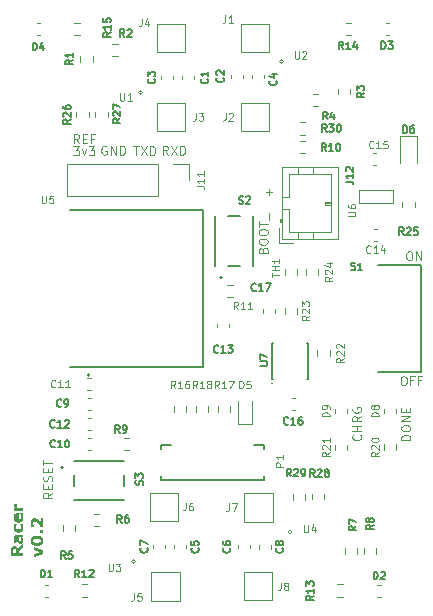
<source format=gbr>
%TF.GenerationSoftware,KiCad,Pcbnew,8.0.5*%
%TF.CreationDate,2025-01-25T11:08:43+05:30*%
%TF.ProjectId,racer,72616365-722e-46b6-9963-61645f706362,rev?*%
%TF.SameCoordinates,Original*%
%TF.FileFunction,Legend,Top*%
%TF.FilePolarity,Positive*%
%FSLAX46Y46*%
G04 Gerber Fmt 4.6, Leading zero omitted, Abs format (unit mm)*
G04 Created by KiCad (PCBNEW 8.0.5) date 2025-01-25 11:08:43*
%MOMM*%
%LPD*%
G01*
G04 APERTURE LIST*
%ADD10C,0.101600*%
%ADD11C,0.127000*%
%ADD12C,0.150000*%
%ADD13C,0.125000*%
%ADD14C,0.120000*%
%ADD15C,0.050000*%
%ADD16C,0.200000*%
%ADD17C,0.100000*%
G04 APERTURE END LIST*
D10*
X173632299Y-97742261D02*
X173378299Y-97379404D01*
X173196870Y-97742261D02*
X173196870Y-96980261D01*
X173196870Y-96980261D02*
X173487156Y-96980261D01*
X173487156Y-96980261D02*
X173559727Y-97016547D01*
X173559727Y-97016547D02*
X173596013Y-97052833D01*
X173596013Y-97052833D02*
X173632299Y-97125404D01*
X173632299Y-97125404D02*
X173632299Y-97234261D01*
X173632299Y-97234261D02*
X173596013Y-97306833D01*
X173596013Y-97306833D02*
X173559727Y-97343118D01*
X173559727Y-97343118D02*
X173487156Y-97379404D01*
X173487156Y-97379404D02*
X173196870Y-97379404D01*
X173958870Y-97343118D02*
X174212870Y-97343118D01*
X174321727Y-97742261D02*
X173958870Y-97742261D01*
X173958870Y-97742261D02*
X173958870Y-96980261D01*
X173958870Y-96980261D02*
X174321727Y-96980261D01*
X174902299Y-97343118D02*
X174648299Y-97343118D01*
X174648299Y-97742261D02*
X174648299Y-96980261D01*
X174648299Y-96980261D02*
X175011156Y-96980261D01*
X189997729Y-101861824D02*
X189417158Y-101861824D01*
X189707443Y-101571538D02*
X189707443Y-102152109D01*
G36*
X168884600Y-132010358D02*
G01*
X168503440Y-132293746D01*
X168503440Y-132417325D01*
X168884600Y-132417325D01*
X168884600Y-132684087D01*
X167852292Y-132684087D01*
X167852292Y-132320298D01*
X168042872Y-132320298D01*
X168042872Y-132417325D01*
X168312860Y-132417325D01*
X168312860Y-132334939D01*
X168311720Y-132282739D01*
X168307626Y-132232969D01*
X168306905Y-132227490D01*
X168293140Y-132178945D01*
X168279112Y-132155030D01*
X168242454Y-132119456D01*
X168233204Y-132114085D01*
X168183204Y-132101798D01*
X168165459Y-132101181D01*
X168115022Y-132110254D01*
X168100939Y-132117311D01*
X168066788Y-132154254D01*
X168058258Y-132172400D01*
X168046488Y-132222655D01*
X168045354Y-132235927D01*
X168043221Y-132285867D01*
X168042872Y-132320298D01*
X167852292Y-132320298D01*
X167852292Y-132234686D01*
X167853117Y-132184822D01*
X167855967Y-132134251D01*
X167861453Y-132084502D01*
X167862715Y-132076118D01*
X167873800Y-132027612D01*
X167893606Y-131977742D01*
X167907630Y-131952042D01*
X167936361Y-131911353D01*
X167973945Y-131874992D01*
X167996964Y-131858738D01*
X168042039Y-131837719D01*
X168094999Y-131826401D01*
X168134688Y-131824245D01*
X168189017Y-131827579D01*
X168238105Y-131837583D01*
X168287062Y-131856808D01*
X168320553Y-131877597D01*
X168358989Y-131911220D01*
X168393617Y-131952066D01*
X168421200Y-131994437D01*
X168439913Y-132029962D01*
X168884600Y-131683047D01*
X168884600Y-132010358D01*
G37*
G36*
X168884600Y-131110563D02*
G01*
X168801469Y-131110563D01*
X168832025Y-131151791D01*
X168838692Y-131160938D01*
X168865911Y-131203790D01*
X168872688Y-131217268D01*
X168894072Y-131264649D01*
X168904203Y-131294195D01*
X168914356Y-131344055D01*
X168916363Y-131381296D01*
X168912020Y-131434865D01*
X168898992Y-131483906D01*
X168873954Y-131533664D01*
X168846881Y-131568401D01*
X168809611Y-131601405D01*
X168761937Y-131627263D01*
X168708177Y-131641187D01*
X168668957Y-131643839D01*
X168617931Y-131640107D01*
X168568967Y-131627381D01*
X168527511Y-131605624D01*
X168489660Y-131572275D01*
X168458370Y-131529922D01*
X168441154Y-131496686D01*
X168423120Y-131449702D01*
X168408720Y-131396223D01*
X168398868Y-131342540D01*
X168396239Y-131323477D01*
X168389973Y-131271380D01*
X168384576Y-131218323D01*
X168380047Y-131164303D01*
X168376470Y-131110563D01*
X168519322Y-131110563D01*
X168523985Y-131160163D01*
X168529617Y-131209900D01*
X168530985Y-131220990D01*
X168538509Y-131270321D01*
X168548355Y-131311069D01*
X168571475Y-131356060D01*
X168583593Y-131368640D01*
X168630356Y-131387794D01*
X168643893Y-131388492D01*
X168684342Y-131384273D01*
X168714120Y-131363429D01*
X168734965Y-131324965D01*
X168741344Y-131274772D01*
X168741665Y-131255235D01*
X168734932Y-131205302D01*
X168726031Y-131178805D01*
X168702709Y-131133886D01*
X168685086Y-131110563D01*
X168519322Y-131110563D01*
X168376470Y-131110563D01*
X168376387Y-131109322D01*
X168371920Y-131109322D01*
X168322551Y-131118087D01*
X168283195Y-131149980D01*
X168275886Y-131162427D01*
X168258694Y-131213686D01*
X168251434Y-131264431D01*
X168249334Y-131318514D01*
X168253470Y-131370472D01*
X168264631Y-131420833D01*
X168274397Y-131451274D01*
X168291554Y-131498512D01*
X168310245Y-131546197D01*
X168312860Y-131552272D01*
X168312860Y-131575350D01*
X168115332Y-131575350D01*
X168103421Y-131523176D01*
X168094080Y-131472840D01*
X168089525Y-131446063D01*
X168082327Y-131395514D01*
X168077485Y-131344925D01*
X168074999Y-131294297D01*
X168074636Y-131266154D01*
X168075671Y-131214472D01*
X168079876Y-131155094D01*
X168087317Y-131101520D01*
X168100517Y-131044892D01*
X168118375Y-130996622D01*
X168140892Y-130956710D01*
X168178735Y-130915020D01*
X168226007Y-130885242D01*
X168275106Y-130868957D01*
X168331425Y-130861792D01*
X168348842Y-130861420D01*
X168884600Y-130861420D01*
X168884600Y-131110563D01*
G37*
G36*
X168916363Y-130226898D02*
G01*
X168914796Y-130277149D01*
X168909289Y-130331011D01*
X168899817Y-130382047D01*
X168891300Y-130414500D01*
X168873149Y-130465255D01*
X168849715Y-130511744D01*
X168820998Y-130553969D01*
X168814621Y-130561902D01*
X168779565Y-130597961D01*
X168739226Y-130628592D01*
X168693604Y-130653795D01*
X168683846Y-130658184D01*
X168631884Y-130676243D01*
X168580602Y-130686777D01*
X168525041Y-130691894D01*
X168498973Y-130692429D01*
X168445156Y-130690149D01*
X168395122Y-130683310D01*
X168343358Y-130670165D01*
X168306408Y-130655951D01*
X168258407Y-130630162D01*
X168215833Y-130598702D01*
X168178688Y-130561571D01*
X168171911Y-130553465D01*
X168143068Y-130511870D01*
X168119508Y-130466496D01*
X168101231Y-130417341D01*
X168098210Y-130407056D01*
X168085778Y-130354493D01*
X168077951Y-130300719D01*
X168074728Y-130245734D01*
X168074636Y-130234591D01*
X168076659Y-130180952D01*
X168082729Y-130130246D01*
X168091758Y-130086693D01*
X168105879Y-130037176D01*
X168122932Y-129990240D01*
X168135929Y-129960385D01*
X168344624Y-129960385D01*
X168344624Y-129995870D01*
X168320801Y-130031108D01*
X168296675Y-130076183D01*
X168294249Y-130081730D01*
X168277201Y-130130040D01*
X168273404Y-130144761D01*
X168266183Y-130194297D01*
X168265215Y-130224169D01*
X168270201Y-130277030D01*
X168287436Y-130327154D01*
X168316981Y-130368216D01*
X168328246Y-130378767D01*
X168371895Y-130407294D01*
X168418721Y-130423935D01*
X168472693Y-130432018D01*
X168498973Y-130432864D01*
X168551333Y-130429405D01*
X168602229Y-130417246D01*
X168648835Y-130393468D01*
X168668212Y-130377526D01*
X168698572Y-130338253D01*
X168717687Y-130289917D01*
X168725277Y-130238665D01*
X168725783Y-130219950D01*
X168722956Y-130169612D01*
X168716850Y-130134586D01*
X168702341Y-130086446D01*
X168695757Y-130071308D01*
X168671438Y-130029619D01*
X168646375Y-129995870D01*
X168646375Y-129960385D01*
X168856807Y-129960385D01*
X168877142Y-130009432D01*
X168893792Y-130060200D01*
X168900233Y-130084212D01*
X168910062Y-130134520D01*
X168915087Y-130184009D01*
X168916363Y-130226898D01*
G37*
G36*
X168535203Y-129601807D02*
G01*
X168587866Y-129593944D01*
X168637632Y-129574296D01*
X168678189Y-129543161D01*
X168688560Y-129531580D01*
X168716565Y-129485294D01*
X168732900Y-129433443D01*
X168740368Y-129379245D01*
X168741665Y-129341497D01*
X168738087Y-129287319D01*
X168727355Y-129234315D01*
X168711390Y-129187147D01*
X168690049Y-129139519D01*
X168665563Y-129096056D01*
X168646375Y-129069275D01*
X168646375Y-129041234D01*
X168850603Y-129041234D01*
X168868614Y-129088346D01*
X168885034Y-129138897D01*
X168897674Y-129187558D01*
X168900729Y-129201788D01*
X168909630Y-129255528D01*
X168914515Y-129307640D01*
X168916348Y-129362853D01*
X168916363Y-129368545D01*
X168914680Y-129425817D01*
X168909632Y-129479639D01*
X168901218Y-129530010D01*
X168885968Y-129588120D01*
X168865459Y-129640839D01*
X168839691Y-129688166D01*
X168808665Y-129730101D01*
X168772780Y-129766274D01*
X168732437Y-129796316D01*
X168687634Y-129820227D01*
X168638372Y-129838007D01*
X168584651Y-129849657D01*
X168526471Y-129855174D01*
X168501951Y-129855665D01*
X168442378Y-129852763D01*
X168386803Y-129844057D01*
X168335227Y-129829547D01*
X168287650Y-129809234D01*
X168244071Y-129783116D01*
X168204490Y-129751194D01*
X168189777Y-129736801D01*
X168156607Y-129697427D01*
X168129058Y-129653753D01*
X168107132Y-129605776D01*
X168090827Y-129553499D01*
X168080145Y-129496920D01*
X168075085Y-129436039D01*
X168074993Y-129430831D01*
X168249334Y-129430831D01*
X168254114Y-129481582D01*
X168271777Y-129531705D01*
X168283330Y-129550191D01*
X168320914Y-129583175D01*
X168369849Y-129599768D01*
X168392268Y-129602551D01*
X168392268Y-129276481D01*
X168340259Y-129283910D01*
X168294803Y-129306934D01*
X168285315Y-129315689D01*
X168259489Y-129359404D01*
X168249896Y-129411933D01*
X168249334Y-129430831D01*
X168074993Y-129430831D01*
X168074636Y-129410483D01*
X168076986Y-129353014D01*
X168084038Y-129300186D01*
X168098706Y-129242919D01*
X168120144Y-129192334D01*
X168148352Y-129148431D01*
X168170918Y-129122876D01*
X168209906Y-129090155D01*
X168254843Y-129064204D01*
X168305731Y-129045022D01*
X168362568Y-129032611D01*
X168414477Y-129027440D01*
X168447606Y-129026593D01*
X168535203Y-129026593D01*
X168535203Y-129601807D01*
G37*
G36*
X168360505Y-128286360D02*
G01*
X168360505Y-128308693D01*
X168348846Y-128358343D01*
X168348594Y-128360557D01*
X168344763Y-128410358D01*
X168344624Y-128419617D01*
X168346361Y-128470301D01*
X168351572Y-128514658D01*
X168362852Y-128565762D01*
X168374402Y-128603248D01*
X168884600Y-128603248D01*
X168884600Y-128854625D01*
X168106399Y-128854625D01*
X168106399Y-128603248D01*
X168221541Y-128603248D01*
X168189017Y-128563048D01*
X168159807Y-128521085D01*
X168134715Y-128474489D01*
X168128484Y-128458824D01*
X168114185Y-128410460D01*
X168106744Y-128358727D01*
X168106399Y-128345668D01*
X168107143Y-128315890D01*
X168109377Y-128286360D01*
X168360505Y-128286360D01*
G37*
G36*
X169813279Y-131908616D02*
G01*
X170591480Y-132210864D01*
X170591480Y-132495741D01*
X169813279Y-132795755D01*
X169813279Y-132529737D01*
X170348292Y-132348339D01*
X169813279Y-132168926D01*
X169813279Y-131908616D01*
G37*
G36*
X170129742Y-130955616D02*
G01*
X170182313Y-130959036D01*
X170232296Y-130964736D01*
X170286249Y-130974042D01*
X170305610Y-130978299D01*
X170354309Y-130991761D01*
X170403609Y-131010910D01*
X170451572Y-131037160D01*
X170472863Y-131052248D01*
X170511254Y-131087367D01*
X170543296Y-131128205D01*
X170568988Y-131174763D01*
X170573364Y-131184760D01*
X170589798Y-131233249D01*
X170600854Y-131287704D01*
X170606166Y-131341119D01*
X170607361Y-131384273D01*
X170605221Y-131440449D01*
X170598800Y-131492343D01*
X170586460Y-131545608D01*
X170573116Y-131583290D01*
X170548359Y-131631704D01*
X170517205Y-131673962D01*
X170479653Y-131710065D01*
X170471375Y-131716547D01*
X170426169Y-131746020D01*
X170380056Y-131767780D01*
X170328800Y-131785025D01*
X170304369Y-131791241D01*
X170252552Y-131801337D01*
X170197106Y-131808549D01*
X170145613Y-131812493D01*
X170091342Y-131814229D01*
X170075326Y-131814319D01*
X170018712Y-131813191D01*
X169965471Y-131809806D01*
X169915602Y-131804166D01*
X169862738Y-131794957D01*
X169844049Y-131790744D01*
X169791169Y-131775146D01*
X169743077Y-131755150D01*
X169699776Y-131730758D01*
X169677789Y-131715307D01*
X169639054Y-131679935D01*
X169606910Y-131638651D01*
X169581359Y-131591454D01*
X169577039Y-131581305D01*
X169560725Y-131532411D01*
X169549750Y-131478414D01*
X169544477Y-131426131D01*
X169543298Y-131384522D01*
X169733871Y-131384522D01*
X169743107Y-131437774D01*
X169770817Y-131479473D01*
X169812038Y-131507356D01*
X169864526Y-131525230D01*
X169917130Y-131535087D01*
X169970422Y-131540720D01*
X170020617Y-131543428D01*
X170076070Y-131544331D01*
X170130137Y-131543410D01*
X170188506Y-131539874D01*
X170239775Y-131533685D01*
X170290612Y-131523114D01*
X170336877Y-131506612D01*
X170379014Y-131478482D01*
X170407340Y-131437014D01*
X170416781Y-131384522D01*
X170407340Y-131331888D01*
X170379014Y-131290338D01*
X170336877Y-131262183D01*
X170283824Y-131243950D01*
X170231351Y-131233894D01*
X170178567Y-131228148D01*
X170118578Y-131225054D01*
X170074582Y-131224464D01*
X170019557Y-131225367D01*
X169969718Y-131228075D01*
X169916758Y-131233708D01*
X169864409Y-131243565D01*
X169817027Y-131259164D01*
X169812038Y-131261439D01*
X169770817Y-131289346D01*
X169743107Y-131331128D01*
X169733871Y-131384522D01*
X169543298Y-131384522D01*
X169543291Y-131384273D01*
X169544953Y-131333990D01*
X169550924Y-131281003D01*
X169562833Y-131227101D01*
X169578032Y-131184264D01*
X169602934Y-131136432D01*
X169634525Y-131094367D01*
X169672804Y-131058071D01*
X169681263Y-131051503D01*
X169726347Y-131022423D01*
X169772143Y-131000892D01*
X169822887Y-130983758D01*
X169847027Y-130977554D01*
X169898193Y-130967458D01*
X169953174Y-130960246D01*
X170004412Y-130956302D01*
X170058571Y-130954567D01*
X170074582Y-130954476D01*
X170129742Y-130955616D01*
G37*
G36*
X170591480Y-130493164D02*
G01*
X170591480Y-130754219D01*
X170321492Y-130754219D01*
X170321492Y-130493164D01*
X170591480Y-130493164D01*
G37*
G36*
X170591480Y-129423883D02*
G01*
X170591480Y-130239802D01*
X170412315Y-130239802D01*
X170383370Y-130198861D01*
X170353642Y-130157896D01*
X170323129Y-130116907D01*
X170291834Y-130075895D01*
X170273598Y-130052448D01*
X170242340Y-130013095D01*
X170209030Y-129972511D01*
X170174633Y-129932452D01*
X170146793Y-129901821D01*
X170108609Y-129862691D01*
X170068692Y-129825973D01*
X170028116Y-129794247D01*
X170009318Y-129781964D01*
X169961820Y-129758828D01*
X169911310Y-129747103D01*
X169893431Y-129746230D01*
X169842623Y-129753766D01*
X169799631Y-129778736D01*
X169787223Y-129791890D01*
X169762962Y-129835623D01*
X169751545Y-129887770D01*
X169749752Y-129923410D01*
X169754175Y-129976736D01*
X169766110Y-130027923D01*
X169776552Y-130058652D01*
X169796737Y-130106101D01*
X169820440Y-130151205D01*
X169845042Y-130190172D01*
X169845042Y-130212506D01*
X169609547Y-130212506D01*
X169591603Y-130164441D01*
X169576419Y-130111679D01*
X169565376Y-130066345D01*
X169554700Y-130011887D01*
X169547518Y-129957390D01*
X169543830Y-129902854D01*
X169543291Y-129872539D01*
X169545248Y-129813775D01*
X169551118Y-129759543D01*
X169560902Y-129709843D01*
X169577810Y-129656184D01*
X169600353Y-129609051D01*
X169623443Y-129574758D01*
X169661705Y-129534728D01*
X169706354Y-129504530D01*
X169757392Y-129484163D01*
X169806223Y-129474532D01*
X169850501Y-129472024D01*
X169903914Y-129475910D01*
X169955836Y-129487570D01*
X170006265Y-129507003D01*
X170033637Y-129521158D01*
X170077280Y-129548982D01*
X170121606Y-129583320D01*
X170160951Y-129618709D01*
X170200819Y-129659085D01*
X170212305Y-129671537D01*
X170247235Y-129711314D01*
X170280372Y-129751236D01*
X170311716Y-129791304D01*
X170317769Y-129799335D01*
X170349792Y-129842187D01*
X170379788Y-129883256D01*
X170385018Y-129890654D01*
X170385018Y-129423883D01*
X170591480Y-129423883D01*
G37*
X171351461Y-127306900D02*
X170988604Y-127560900D01*
X171351461Y-127742329D02*
X170589461Y-127742329D01*
X170589461Y-127742329D02*
X170589461Y-127452043D01*
X170589461Y-127452043D02*
X170625747Y-127379472D01*
X170625747Y-127379472D02*
X170662033Y-127343186D01*
X170662033Y-127343186D02*
X170734604Y-127306900D01*
X170734604Y-127306900D02*
X170843461Y-127306900D01*
X170843461Y-127306900D02*
X170916033Y-127343186D01*
X170916033Y-127343186D02*
X170952318Y-127379472D01*
X170952318Y-127379472D02*
X170988604Y-127452043D01*
X170988604Y-127452043D02*
X170988604Y-127742329D01*
X170952318Y-126980329D02*
X170952318Y-126726329D01*
X171351461Y-126617472D02*
X171351461Y-126980329D01*
X171351461Y-126980329D02*
X170589461Y-126980329D01*
X170589461Y-126980329D02*
X170589461Y-126617472D01*
X171315176Y-126327186D02*
X171351461Y-126218329D01*
X171351461Y-126218329D02*
X171351461Y-126036900D01*
X171351461Y-126036900D02*
X171315176Y-125964329D01*
X171315176Y-125964329D02*
X171278890Y-125928043D01*
X171278890Y-125928043D02*
X171206318Y-125891757D01*
X171206318Y-125891757D02*
X171133747Y-125891757D01*
X171133747Y-125891757D02*
X171061176Y-125928043D01*
X171061176Y-125928043D02*
X171024890Y-125964329D01*
X171024890Y-125964329D02*
X170988604Y-126036900D01*
X170988604Y-126036900D02*
X170952318Y-126182043D01*
X170952318Y-126182043D02*
X170916033Y-126254614D01*
X170916033Y-126254614D02*
X170879747Y-126290900D01*
X170879747Y-126290900D02*
X170807176Y-126327186D01*
X170807176Y-126327186D02*
X170734604Y-126327186D01*
X170734604Y-126327186D02*
X170662033Y-126290900D01*
X170662033Y-126290900D02*
X170625747Y-126254614D01*
X170625747Y-126254614D02*
X170589461Y-126182043D01*
X170589461Y-126182043D02*
X170589461Y-126000614D01*
X170589461Y-126000614D02*
X170625747Y-125891757D01*
X170952318Y-125565186D02*
X170952318Y-125311186D01*
X171351461Y-125202329D02*
X171351461Y-125565186D01*
X171351461Y-125565186D02*
X170589461Y-125565186D01*
X170589461Y-125565186D02*
X170589461Y-125202329D01*
X170589461Y-124984614D02*
X170589461Y-124549186D01*
X171351461Y-124766900D02*
X170589461Y-124766900D01*
X197440890Y-122404700D02*
X197477176Y-122440986D01*
X197477176Y-122440986D02*
X197513461Y-122549843D01*
X197513461Y-122549843D02*
X197513461Y-122622415D01*
X197513461Y-122622415D02*
X197477176Y-122731272D01*
X197477176Y-122731272D02*
X197404604Y-122803843D01*
X197404604Y-122803843D02*
X197332033Y-122840129D01*
X197332033Y-122840129D02*
X197186890Y-122876415D01*
X197186890Y-122876415D02*
X197078033Y-122876415D01*
X197078033Y-122876415D02*
X196932890Y-122840129D01*
X196932890Y-122840129D02*
X196860318Y-122803843D01*
X196860318Y-122803843D02*
X196787747Y-122731272D01*
X196787747Y-122731272D02*
X196751461Y-122622415D01*
X196751461Y-122622415D02*
X196751461Y-122549843D01*
X196751461Y-122549843D02*
X196787747Y-122440986D01*
X196787747Y-122440986D02*
X196824033Y-122404700D01*
X197513461Y-122078129D02*
X196751461Y-122078129D01*
X197114318Y-122078129D02*
X197114318Y-121642700D01*
X197513461Y-121642700D02*
X196751461Y-121642700D01*
X197513461Y-120844414D02*
X197150604Y-121098414D01*
X197513461Y-121279843D02*
X196751461Y-121279843D01*
X196751461Y-121279843D02*
X196751461Y-120989557D01*
X196751461Y-120989557D02*
X196787747Y-120916986D01*
X196787747Y-120916986D02*
X196824033Y-120880700D01*
X196824033Y-120880700D02*
X196896604Y-120844414D01*
X196896604Y-120844414D02*
X197005461Y-120844414D01*
X197005461Y-120844414D02*
X197078033Y-120880700D01*
X197078033Y-120880700D02*
X197114318Y-120916986D01*
X197114318Y-120916986D02*
X197150604Y-120989557D01*
X197150604Y-120989557D02*
X197150604Y-121279843D01*
X196787747Y-120118700D02*
X196751461Y-120191272D01*
X196751461Y-120191272D02*
X196751461Y-120300129D01*
X196751461Y-120300129D02*
X196787747Y-120408986D01*
X196787747Y-120408986D02*
X196860318Y-120481557D01*
X196860318Y-120481557D02*
X196932890Y-120517843D01*
X196932890Y-120517843D02*
X197078033Y-120554129D01*
X197078033Y-120554129D02*
X197186890Y-120554129D01*
X197186890Y-120554129D02*
X197332033Y-120517843D01*
X197332033Y-120517843D02*
X197404604Y-120481557D01*
X197404604Y-120481557D02*
X197477176Y-120408986D01*
X197477176Y-120408986D02*
X197513461Y-120300129D01*
X197513461Y-120300129D02*
X197513461Y-120227557D01*
X197513461Y-120227557D02*
X197477176Y-120118700D01*
X197477176Y-120118700D02*
X197440890Y-120082414D01*
X197440890Y-120082414D02*
X197186890Y-120082414D01*
X197186890Y-120082414D02*
X197186890Y-120227557D01*
X175932813Y-97981747D02*
X175860242Y-97945461D01*
X175860242Y-97945461D02*
X175751384Y-97945461D01*
X175751384Y-97945461D02*
X175642527Y-97981747D01*
X175642527Y-97981747D02*
X175569956Y-98054318D01*
X175569956Y-98054318D02*
X175533670Y-98126890D01*
X175533670Y-98126890D02*
X175497384Y-98272033D01*
X175497384Y-98272033D02*
X175497384Y-98380890D01*
X175497384Y-98380890D02*
X175533670Y-98526033D01*
X175533670Y-98526033D02*
X175569956Y-98598604D01*
X175569956Y-98598604D02*
X175642527Y-98671176D01*
X175642527Y-98671176D02*
X175751384Y-98707461D01*
X175751384Y-98707461D02*
X175823956Y-98707461D01*
X175823956Y-98707461D02*
X175932813Y-98671176D01*
X175932813Y-98671176D02*
X175969099Y-98634890D01*
X175969099Y-98634890D02*
X175969099Y-98380890D01*
X175969099Y-98380890D02*
X175823956Y-98380890D01*
X176295670Y-98707461D02*
X176295670Y-97945461D01*
X176295670Y-97945461D02*
X176731099Y-98707461D01*
X176731099Y-98707461D02*
X176731099Y-97945461D01*
X177093956Y-98707461D02*
X177093956Y-97945461D01*
X177093956Y-97945461D02*
X177275385Y-97945461D01*
X177275385Y-97945461D02*
X177384242Y-97981747D01*
X177384242Y-97981747D02*
X177456813Y-98054318D01*
X177456813Y-98054318D02*
X177493099Y-98126890D01*
X177493099Y-98126890D02*
X177529385Y-98272033D01*
X177529385Y-98272033D02*
X177529385Y-98380890D01*
X177529385Y-98380890D02*
X177493099Y-98526033D01*
X177493099Y-98526033D02*
X177456813Y-98598604D01*
X177456813Y-98598604D02*
X177384242Y-98671176D01*
X177384242Y-98671176D02*
X177275385Y-98707461D01*
X177275385Y-98707461D02*
X177093956Y-98707461D01*
X189189518Y-106787329D02*
X189225804Y-106678472D01*
X189225804Y-106678472D02*
X189262090Y-106642186D01*
X189262090Y-106642186D02*
X189334661Y-106605900D01*
X189334661Y-106605900D02*
X189443518Y-106605900D01*
X189443518Y-106605900D02*
X189516090Y-106642186D01*
X189516090Y-106642186D02*
X189552376Y-106678472D01*
X189552376Y-106678472D02*
X189588661Y-106751043D01*
X189588661Y-106751043D02*
X189588661Y-107041329D01*
X189588661Y-107041329D02*
X188826661Y-107041329D01*
X188826661Y-107041329D02*
X188826661Y-106787329D01*
X188826661Y-106787329D02*
X188862947Y-106714758D01*
X188862947Y-106714758D02*
X188899233Y-106678472D01*
X188899233Y-106678472D02*
X188971804Y-106642186D01*
X188971804Y-106642186D02*
X189044376Y-106642186D01*
X189044376Y-106642186D02*
X189116947Y-106678472D01*
X189116947Y-106678472D02*
X189153233Y-106714758D01*
X189153233Y-106714758D02*
X189189518Y-106787329D01*
X189189518Y-106787329D02*
X189189518Y-107041329D01*
X188826661Y-106134186D02*
X188826661Y-105989043D01*
X188826661Y-105989043D02*
X188862947Y-105916472D01*
X188862947Y-105916472D02*
X188935518Y-105843900D01*
X188935518Y-105843900D02*
X189080661Y-105807615D01*
X189080661Y-105807615D02*
X189334661Y-105807615D01*
X189334661Y-105807615D02*
X189479804Y-105843900D01*
X189479804Y-105843900D02*
X189552376Y-105916472D01*
X189552376Y-105916472D02*
X189588661Y-105989043D01*
X189588661Y-105989043D02*
X189588661Y-106134186D01*
X189588661Y-106134186D02*
X189552376Y-106206758D01*
X189552376Y-106206758D02*
X189479804Y-106279329D01*
X189479804Y-106279329D02*
X189334661Y-106315615D01*
X189334661Y-106315615D02*
X189080661Y-106315615D01*
X189080661Y-106315615D02*
X188935518Y-106279329D01*
X188935518Y-106279329D02*
X188862947Y-106206758D01*
X188862947Y-106206758D02*
X188826661Y-106134186D01*
X188826661Y-105335900D02*
X188826661Y-105190757D01*
X188826661Y-105190757D02*
X188862947Y-105118186D01*
X188862947Y-105118186D02*
X188935518Y-105045614D01*
X188935518Y-105045614D02*
X189080661Y-105009329D01*
X189080661Y-105009329D02*
X189334661Y-105009329D01*
X189334661Y-105009329D02*
X189479804Y-105045614D01*
X189479804Y-105045614D02*
X189552376Y-105118186D01*
X189552376Y-105118186D02*
X189588661Y-105190757D01*
X189588661Y-105190757D02*
X189588661Y-105335900D01*
X189588661Y-105335900D02*
X189552376Y-105408472D01*
X189552376Y-105408472D02*
X189479804Y-105481043D01*
X189479804Y-105481043D02*
X189334661Y-105517329D01*
X189334661Y-105517329D02*
X189080661Y-105517329D01*
X189080661Y-105517329D02*
X188935518Y-105481043D01*
X188935518Y-105481043D02*
X188862947Y-105408472D01*
X188862947Y-105408472D02*
X188826661Y-105335900D01*
X188826661Y-104791614D02*
X188826661Y-104356186D01*
X189588661Y-104573900D02*
X188826661Y-104573900D01*
X181125299Y-98707461D02*
X180871299Y-98344604D01*
X180689870Y-98707461D02*
X180689870Y-97945461D01*
X180689870Y-97945461D02*
X180980156Y-97945461D01*
X180980156Y-97945461D02*
X181052727Y-97981747D01*
X181052727Y-97981747D02*
X181089013Y-98018033D01*
X181089013Y-98018033D02*
X181125299Y-98090604D01*
X181125299Y-98090604D02*
X181125299Y-98199461D01*
X181125299Y-98199461D02*
X181089013Y-98272033D01*
X181089013Y-98272033D02*
X181052727Y-98308318D01*
X181052727Y-98308318D02*
X180980156Y-98344604D01*
X180980156Y-98344604D02*
X180689870Y-98344604D01*
X181379299Y-97945461D02*
X181887299Y-98707461D01*
X181887299Y-97945461D02*
X181379299Y-98707461D01*
X182177584Y-98707461D02*
X182177584Y-97945461D01*
X182177584Y-97945461D02*
X182359013Y-97945461D01*
X182359013Y-97945461D02*
X182467870Y-97981747D01*
X182467870Y-97981747D02*
X182540441Y-98054318D01*
X182540441Y-98054318D02*
X182576727Y-98126890D01*
X182576727Y-98126890D02*
X182613013Y-98272033D01*
X182613013Y-98272033D02*
X182613013Y-98380890D01*
X182613013Y-98380890D02*
X182576727Y-98526033D01*
X182576727Y-98526033D02*
X182540441Y-98598604D01*
X182540441Y-98598604D02*
X182467870Y-98671176D01*
X182467870Y-98671176D02*
X182359013Y-98707461D01*
X182359013Y-98707461D02*
X182177584Y-98707461D01*
X201679061Y-122840129D02*
X200917061Y-122840129D01*
X200917061Y-122840129D02*
X200917061Y-122658700D01*
X200917061Y-122658700D02*
X200953347Y-122549843D01*
X200953347Y-122549843D02*
X201025918Y-122477272D01*
X201025918Y-122477272D02*
X201098490Y-122440986D01*
X201098490Y-122440986D02*
X201243633Y-122404700D01*
X201243633Y-122404700D02*
X201352490Y-122404700D01*
X201352490Y-122404700D02*
X201497633Y-122440986D01*
X201497633Y-122440986D02*
X201570204Y-122477272D01*
X201570204Y-122477272D02*
X201642776Y-122549843D01*
X201642776Y-122549843D02*
X201679061Y-122658700D01*
X201679061Y-122658700D02*
X201679061Y-122840129D01*
X200917061Y-121932986D02*
X200917061Y-121787843D01*
X200917061Y-121787843D02*
X200953347Y-121715272D01*
X200953347Y-121715272D02*
X201025918Y-121642700D01*
X201025918Y-121642700D02*
X201171061Y-121606415D01*
X201171061Y-121606415D02*
X201425061Y-121606415D01*
X201425061Y-121606415D02*
X201570204Y-121642700D01*
X201570204Y-121642700D02*
X201642776Y-121715272D01*
X201642776Y-121715272D02*
X201679061Y-121787843D01*
X201679061Y-121787843D02*
X201679061Y-121932986D01*
X201679061Y-121932986D02*
X201642776Y-122005558D01*
X201642776Y-122005558D02*
X201570204Y-122078129D01*
X201570204Y-122078129D02*
X201425061Y-122114415D01*
X201425061Y-122114415D02*
X201171061Y-122114415D01*
X201171061Y-122114415D02*
X201025918Y-122078129D01*
X201025918Y-122078129D02*
X200953347Y-122005558D01*
X200953347Y-122005558D02*
X200917061Y-121932986D01*
X201679061Y-121279843D02*
X200917061Y-121279843D01*
X200917061Y-121279843D02*
X201679061Y-120844414D01*
X201679061Y-120844414D02*
X200917061Y-120844414D01*
X201279918Y-120481557D02*
X201279918Y-120227557D01*
X201679061Y-120118700D02*
X201679061Y-120481557D01*
X201679061Y-120481557D02*
X200917061Y-120481557D01*
X200917061Y-120481557D02*
X200917061Y-120118700D01*
X189720424Y-103626270D02*
X189720424Y-104206842D01*
X201510613Y-106886261D02*
X201655756Y-106886261D01*
X201655756Y-106886261D02*
X201728327Y-106922547D01*
X201728327Y-106922547D02*
X201800899Y-106995118D01*
X201800899Y-106995118D02*
X201837184Y-107140261D01*
X201837184Y-107140261D02*
X201837184Y-107394261D01*
X201837184Y-107394261D02*
X201800899Y-107539404D01*
X201800899Y-107539404D02*
X201728327Y-107611976D01*
X201728327Y-107611976D02*
X201655756Y-107648261D01*
X201655756Y-107648261D02*
X201510613Y-107648261D01*
X201510613Y-107648261D02*
X201438042Y-107611976D01*
X201438042Y-107611976D02*
X201365470Y-107539404D01*
X201365470Y-107539404D02*
X201329184Y-107394261D01*
X201329184Y-107394261D02*
X201329184Y-107140261D01*
X201329184Y-107140261D02*
X201365470Y-106995118D01*
X201365470Y-106995118D02*
X201438042Y-106922547D01*
X201438042Y-106922547D02*
X201510613Y-106886261D01*
X202163756Y-107648261D02*
X202163756Y-106886261D01*
X202163756Y-106886261D02*
X202599185Y-107648261D01*
X202599185Y-107648261D02*
X202599185Y-106886261D01*
X178218813Y-97970861D02*
X178654242Y-97970861D01*
X178436527Y-98732861D02*
X178436527Y-97970861D01*
X178835670Y-97970861D02*
X179343670Y-98732861D01*
X179343670Y-97970861D02*
X178835670Y-98732861D01*
X179633955Y-98732861D02*
X179633955Y-97970861D01*
X179633955Y-97970861D02*
X179815384Y-97970861D01*
X179815384Y-97970861D02*
X179924241Y-98007147D01*
X179924241Y-98007147D02*
X179996812Y-98079718D01*
X179996812Y-98079718D02*
X180033098Y-98152290D01*
X180033098Y-98152290D02*
X180069384Y-98297433D01*
X180069384Y-98297433D02*
X180069384Y-98406290D01*
X180069384Y-98406290D02*
X180033098Y-98551433D01*
X180033098Y-98551433D02*
X179996812Y-98624004D01*
X179996812Y-98624004D02*
X179924241Y-98696576D01*
X179924241Y-98696576D02*
X179815384Y-98732861D01*
X179815384Y-98732861D02*
X179633955Y-98732861D01*
X173149699Y-97996261D02*
X173621413Y-97996261D01*
X173621413Y-97996261D02*
X173367413Y-98286547D01*
X173367413Y-98286547D02*
X173476270Y-98286547D01*
X173476270Y-98286547D02*
X173548842Y-98322833D01*
X173548842Y-98322833D02*
X173585127Y-98359118D01*
X173585127Y-98359118D02*
X173621413Y-98431690D01*
X173621413Y-98431690D02*
X173621413Y-98613118D01*
X173621413Y-98613118D02*
X173585127Y-98685690D01*
X173585127Y-98685690D02*
X173548842Y-98721976D01*
X173548842Y-98721976D02*
X173476270Y-98758261D01*
X173476270Y-98758261D02*
X173258556Y-98758261D01*
X173258556Y-98758261D02*
X173185984Y-98721976D01*
X173185984Y-98721976D02*
X173149699Y-98685690D01*
X173875413Y-98250261D02*
X174056841Y-98758261D01*
X174056841Y-98758261D02*
X174238270Y-98250261D01*
X174455984Y-97996261D02*
X174927698Y-97996261D01*
X174927698Y-97996261D02*
X174673698Y-98286547D01*
X174673698Y-98286547D02*
X174782555Y-98286547D01*
X174782555Y-98286547D02*
X174855127Y-98322833D01*
X174855127Y-98322833D02*
X174891412Y-98359118D01*
X174891412Y-98359118D02*
X174927698Y-98431690D01*
X174927698Y-98431690D02*
X174927698Y-98613118D01*
X174927698Y-98613118D02*
X174891412Y-98685690D01*
X174891412Y-98685690D02*
X174855127Y-98721976D01*
X174855127Y-98721976D02*
X174782555Y-98758261D01*
X174782555Y-98758261D02*
X174564841Y-98758261D01*
X174564841Y-98758261D02*
X174492269Y-98721976D01*
X174492269Y-98721976D02*
X174455984Y-98685690D01*
X201028013Y-117452661D02*
X201173156Y-117452661D01*
X201173156Y-117452661D02*
X201245727Y-117488947D01*
X201245727Y-117488947D02*
X201318299Y-117561518D01*
X201318299Y-117561518D02*
X201354584Y-117706661D01*
X201354584Y-117706661D02*
X201354584Y-117960661D01*
X201354584Y-117960661D02*
X201318299Y-118105804D01*
X201318299Y-118105804D02*
X201245727Y-118178376D01*
X201245727Y-118178376D02*
X201173156Y-118214661D01*
X201173156Y-118214661D02*
X201028013Y-118214661D01*
X201028013Y-118214661D02*
X200955442Y-118178376D01*
X200955442Y-118178376D02*
X200882870Y-118105804D01*
X200882870Y-118105804D02*
X200846584Y-117960661D01*
X200846584Y-117960661D02*
X200846584Y-117706661D01*
X200846584Y-117706661D02*
X200882870Y-117561518D01*
X200882870Y-117561518D02*
X200955442Y-117488947D01*
X200955442Y-117488947D02*
X201028013Y-117452661D01*
X201935156Y-117815518D02*
X201681156Y-117815518D01*
X201681156Y-118214661D02*
X201681156Y-117452661D01*
X201681156Y-117452661D02*
X202044013Y-117452661D01*
X202588299Y-117815518D02*
X202334299Y-117815518D01*
X202334299Y-118214661D02*
X202334299Y-117452661D01*
X202334299Y-117452661D02*
X202697156Y-117452661D01*
D11*
X169685309Y-89847559D02*
X169685309Y-89212559D01*
X169685309Y-89212559D02*
X169836499Y-89212559D01*
X169836499Y-89212559D02*
X169927214Y-89242797D01*
X169927214Y-89242797D02*
X169987690Y-89303273D01*
X169987690Y-89303273D02*
X170017928Y-89363749D01*
X170017928Y-89363749D02*
X170048166Y-89484701D01*
X170048166Y-89484701D02*
X170048166Y-89575416D01*
X170048166Y-89575416D02*
X170017928Y-89696368D01*
X170017928Y-89696368D02*
X169987690Y-89756844D01*
X169987690Y-89756844D02*
X169927214Y-89817321D01*
X169927214Y-89817321D02*
X169836499Y-89847559D01*
X169836499Y-89847559D02*
X169685309Y-89847559D01*
X170592452Y-89424225D02*
X170592452Y-89847559D01*
X170441261Y-89182321D02*
X170290071Y-89635892D01*
X170290071Y-89635892D02*
X170683166Y-89635892D01*
X185825082Y-92168833D02*
X185855321Y-92199071D01*
X185855321Y-92199071D02*
X185885559Y-92289785D01*
X185885559Y-92289785D02*
X185885559Y-92350261D01*
X185885559Y-92350261D02*
X185855321Y-92440976D01*
X185855321Y-92440976D02*
X185794844Y-92501452D01*
X185794844Y-92501452D02*
X185734368Y-92531690D01*
X185734368Y-92531690D02*
X185613416Y-92561928D01*
X185613416Y-92561928D02*
X185522701Y-92561928D01*
X185522701Y-92561928D02*
X185401749Y-92531690D01*
X185401749Y-92531690D02*
X185341273Y-92501452D01*
X185341273Y-92501452D02*
X185280797Y-92440976D01*
X185280797Y-92440976D02*
X185250559Y-92350261D01*
X185250559Y-92350261D02*
X185250559Y-92289785D01*
X185250559Y-92289785D02*
X185280797Y-92199071D01*
X185280797Y-92199071D02*
X185311035Y-92168833D01*
X185311035Y-91926928D02*
X185280797Y-91896690D01*
X185280797Y-91896690D02*
X185250559Y-91836214D01*
X185250559Y-91836214D02*
X185250559Y-91685023D01*
X185250559Y-91685023D02*
X185280797Y-91624547D01*
X185280797Y-91624547D02*
X185311035Y-91594309D01*
X185311035Y-91594309D02*
X185371511Y-91564071D01*
X185371511Y-91564071D02*
X185431987Y-91564071D01*
X185431987Y-91564071D02*
X185522701Y-91594309D01*
X185522701Y-91594309D02*
X185885559Y-91957166D01*
X185885559Y-91957166D02*
X185885559Y-91564071D01*
D12*
X191334985Y-121485086D02*
X191304747Y-121515325D01*
X191304747Y-121515325D02*
X191214033Y-121545563D01*
X191214033Y-121545563D02*
X191153557Y-121545563D01*
X191153557Y-121545563D02*
X191062842Y-121515325D01*
X191062842Y-121515325D02*
X191002366Y-121454848D01*
X191002366Y-121454848D02*
X190972128Y-121394372D01*
X190972128Y-121394372D02*
X190941890Y-121273420D01*
X190941890Y-121273420D02*
X190941890Y-121182705D01*
X190941890Y-121182705D02*
X190972128Y-121061753D01*
X190972128Y-121061753D02*
X191002366Y-121001277D01*
X191002366Y-121001277D02*
X191062842Y-120940801D01*
X191062842Y-120940801D02*
X191153557Y-120910563D01*
X191153557Y-120910563D02*
X191214033Y-120910563D01*
X191214033Y-120910563D02*
X191304747Y-120940801D01*
X191304747Y-120940801D02*
X191334985Y-120971039D01*
X191939747Y-121545563D02*
X191576890Y-121545563D01*
X191758318Y-121545563D02*
X191758318Y-120910563D01*
X191758318Y-120910563D02*
X191697842Y-121001277D01*
X191697842Y-121001277D02*
X191637366Y-121061753D01*
X191637366Y-121061753D02*
X191576890Y-121091991D01*
X192484033Y-120910563D02*
X192363080Y-120910563D01*
X192363080Y-120910563D02*
X192302604Y-120940801D01*
X192302604Y-120940801D02*
X192272366Y-120971039D01*
X192272366Y-120971039D02*
X192211890Y-121061753D01*
X192211890Y-121061753D02*
X192181652Y-121182705D01*
X192181652Y-121182705D02*
X192181652Y-121424610D01*
X192181652Y-121424610D02*
X192211890Y-121485086D01*
X192211890Y-121485086D02*
X192242128Y-121515325D01*
X192242128Y-121515325D02*
X192302604Y-121545563D01*
X192302604Y-121545563D02*
X192423557Y-121545563D01*
X192423557Y-121545563D02*
X192484033Y-121515325D01*
X192484033Y-121515325D02*
X192514271Y-121485086D01*
X192514271Y-121485086D02*
X192544509Y-121424610D01*
X192544509Y-121424610D02*
X192544509Y-121273420D01*
X192544509Y-121273420D02*
X192514271Y-121212944D01*
X192514271Y-121212944D02*
X192484033Y-121182705D01*
X192484033Y-121182705D02*
X192423557Y-121152467D01*
X192423557Y-121152467D02*
X192302604Y-121152467D01*
X192302604Y-121152467D02*
X192242128Y-121182705D01*
X192242128Y-121182705D02*
X192211890Y-121212944D01*
X192211890Y-121212944D02*
X192181652Y-121273420D01*
X179371686Y-131995033D02*
X179401925Y-132025271D01*
X179401925Y-132025271D02*
X179432163Y-132115985D01*
X179432163Y-132115985D02*
X179432163Y-132176461D01*
X179432163Y-132176461D02*
X179401925Y-132267176D01*
X179401925Y-132267176D02*
X179341448Y-132327652D01*
X179341448Y-132327652D02*
X179280972Y-132357890D01*
X179280972Y-132357890D02*
X179160020Y-132388128D01*
X179160020Y-132388128D02*
X179069305Y-132388128D01*
X179069305Y-132388128D02*
X178948353Y-132357890D01*
X178948353Y-132357890D02*
X178887877Y-132327652D01*
X178887877Y-132327652D02*
X178827401Y-132267176D01*
X178827401Y-132267176D02*
X178797163Y-132176461D01*
X178797163Y-132176461D02*
X178797163Y-132115985D01*
X178797163Y-132115985D02*
X178827401Y-132025271D01*
X178827401Y-132025271D02*
X178857639Y-131995033D01*
X178797163Y-131783366D02*
X178797163Y-131360033D01*
X178797163Y-131360033D02*
X179432163Y-131632176D01*
X171549785Y-121739086D02*
X171519547Y-121769325D01*
X171519547Y-121769325D02*
X171428833Y-121799563D01*
X171428833Y-121799563D02*
X171368357Y-121799563D01*
X171368357Y-121799563D02*
X171277642Y-121769325D01*
X171277642Y-121769325D02*
X171217166Y-121708848D01*
X171217166Y-121708848D02*
X171186928Y-121648372D01*
X171186928Y-121648372D02*
X171156690Y-121527420D01*
X171156690Y-121527420D02*
X171156690Y-121436705D01*
X171156690Y-121436705D02*
X171186928Y-121315753D01*
X171186928Y-121315753D02*
X171217166Y-121255277D01*
X171217166Y-121255277D02*
X171277642Y-121194801D01*
X171277642Y-121194801D02*
X171368357Y-121164563D01*
X171368357Y-121164563D02*
X171428833Y-121164563D01*
X171428833Y-121164563D02*
X171519547Y-121194801D01*
X171519547Y-121194801D02*
X171549785Y-121225039D01*
X172154547Y-121799563D02*
X171791690Y-121799563D01*
X171973118Y-121799563D02*
X171973118Y-121164563D01*
X171973118Y-121164563D02*
X171912642Y-121255277D01*
X171912642Y-121255277D02*
X171852166Y-121315753D01*
X171852166Y-121315753D02*
X171791690Y-121345991D01*
X172396452Y-121225039D02*
X172426690Y-121194801D01*
X172426690Y-121194801D02*
X172487166Y-121164563D01*
X172487166Y-121164563D02*
X172638357Y-121164563D01*
X172638357Y-121164563D02*
X172698833Y-121194801D01*
X172698833Y-121194801D02*
X172729071Y-121225039D01*
X172729071Y-121225039D02*
X172759309Y-121285515D01*
X172759309Y-121285515D02*
X172759309Y-121345991D01*
X172759309Y-121345991D02*
X172729071Y-121436705D01*
X172729071Y-121436705D02*
X172366214Y-121799563D01*
X172366214Y-121799563D02*
X172759309Y-121799563D01*
X177236966Y-129851363D02*
X177025299Y-129548982D01*
X176874109Y-129851363D02*
X176874109Y-129216363D01*
X176874109Y-129216363D02*
X177116014Y-129216363D01*
X177116014Y-129216363D02*
X177176490Y-129246601D01*
X177176490Y-129246601D02*
X177206728Y-129276839D01*
X177206728Y-129276839D02*
X177236966Y-129337315D01*
X177236966Y-129337315D02*
X177236966Y-129428029D01*
X177236966Y-129428029D02*
X177206728Y-129488505D01*
X177206728Y-129488505D02*
X177176490Y-129518744D01*
X177176490Y-129518744D02*
X177116014Y-129548982D01*
X177116014Y-129548982D02*
X176874109Y-129548982D01*
X177781252Y-129216363D02*
X177660299Y-129216363D01*
X177660299Y-129216363D02*
X177599823Y-129246601D01*
X177599823Y-129246601D02*
X177569585Y-129276839D01*
X177569585Y-129276839D02*
X177509109Y-129367553D01*
X177509109Y-129367553D02*
X177478871Y-129488505D01*
X177478871Y-129488505D02*
X177478871Y-129730410D01*
X177478871Y-129730410D02*
X177509109Y-129790886D01*
X177509109Y-129790886D02*
X177539347Y-129821125D01*
X177539347Y-129821125D02*
X177599823Y-129851363D01*
X177599823Y-129851363D02*
X177720776Y-129851363D01*
X177720776Y-129851363D02*
X177781252Y-129821125D01*
X177781252Y-129821125D02*
X177811490Y-129790886D01*
X177811490Y-129790886D02*
X177841728Y-129730410D01*
X177841728Y-129730410D02*
X177841728Y-129579220D01*
X177841728Y-129579220D02*
X177811490Y-129518744D01*
X177811490Y-129518744D02*
X177781252Y-129488505D01*
X177781252Y-129488505D02*
X177720776Y-129458267D01*
X177720776Y-129458267D02*
X177599823Y-129458267D01*
X177599823Y-129458267D02*
X177539347Y-129488505D01*
X177539347Y-129488505D02*
X177509109Y-129518744D01*
X177509109Y-129518744D02*
X177478871Y-129579220D01*
X194661366Y-95713763D02*
X194449699Y-95411382D01*
X194298509Y-95713763D02*
X194298509Y-95078763D01*
X194298509Y-95078763D02*
X194540414Y-95078763D01*
X194540414Y-95078763D02*
X194600890Y-95109001D01*
X194600890Y-95109001D02*
X194631128Y-95139239D01*
X194631128Y-95139239D02*
X194661366Y-95199715D01*
X194661366Y-95199715D02*
X194661366Y-95290429D01*
X194661366Y-95290429D02*
X194631128Y-95350905D01*
X194631128Y-95350905D02*
X194600890Y-95381144D01*
X194600890Y-95381144D02*
X194540414Y-95411382D01*
X194540414Y-95411382D02*
X194298509Y-95411382D01*
X195205652Y-95290429D02*
X195205652Y-95713763D01*
X195054461Y-95048525D02*
X194903271Y-95502096D01*
X194903271Y-95502096D02*
X195296366Y-95502096D01*
D13*
X193098663Y-112333814D02*
X192796282Y-112545481D01*
X193098663Y-112696671D02*
X192463663Y-112696671D01*
X192463663Y-112696671D02*
X192463663Y-112454766D01*
X192463663Y-112454766D02*
X192493901Y-112394290D01*
X192493901Y-112394290D02*
X192524139Y-112364052D01*
X192524139Y-112364052D02*
X192584615Y-112333814D01*
X192584615Y-112333814D02*
X192675329Y-112333814D01*
X192675329Y-112333814D02*
X192735805Y-112364052D01*
X192735805Y-112364052D02*
X192766044Y-112394290D01*
X192766044Y-112394290D02*
X192796282Y-112454766D01*
X192796282Y-112454766D02*
X192796282Y-112696671D01*
X192524139Y-112091909D02*
X192493901Y-112061671D01*
X192493901Y-112061671D02*
X192463663Y-112001195D01*
X192463663Y-112001195D02*
X192463663Y-111850004D01*
X192463663Y-111850004D02*
X192493901Y-111789528D01*
X192493901Y-111789528D02*
X192524139Y-111759290D01*
X192524139Y-111759290D02*
X192584615Y-111729052D01*
X192584615Y-111729052D02*
X192645091Y-111729052D01*
X192645091Y-111729052D02*
X192735805Y-111759290D01*
X192735805Y-111759290D02*
X193098663Y-112122147D01*
X193098663Y-112122147D02*
X193098663Y-111729052D01*
X192463663Y-111517385D02*
X192463663Y-111124290D01*
X192463663Y-111124290D02*
X192705567Y-111335957D01*
X192705567Y-111335957D02*
X192705567Y-111245242D01*
X192705567Y-111245242D02*
X192735805Y-111184766D01*
X192735805Y-111184766D02*
X192766044Y-111154528D01*
X192766044Y-111154528D02*
X192826520Y-111124290D01*
X192826520Y-111124290D02*
X192977710Y-111124290D01*
X192977710Y-111124290D02*
X193038186Y-111154528D01*
X193038186Y-111154528D02*
X193068425Y-111184766D01*
X193068425Y-111184766D02*
X193098663Y-111245242D01*
X193098663Y-111245242D02*
X193098663Y-111426671D01*
X193098663Y-111426671D02*
X193068425Y-111487147D01*
X193068425Y-111487147D02*
X193038186Y-111517385D01*
D12*
X196009985Y-89752363D02*
X195798318Y-89449982D01*
X195647128Y-89752363D02*
X195647128Y-89117363D01*
X195647128Y-89117363D02*
X195889033Y-89117363D01*
X195889033Y-89117363D02*
X195949509Y-89147601D01*
X195949509Y-89147601D02*
X195979747Y-89177839D01*
X195979747Y-89177839D02*
X196009985Y-89238315D01*
X196009985Y-89238315D02*
X196009985Y-89329029D01*
X196009985Y-89329029D02*
X195979747Y-89389505D01*
X195979747Y-89389505D02*
X195949509Y-89419744D01*
X195949509Y-89419744D02*
X195889033Y-89449982D01*
X195889033Y-89449982D02*
X195647128Y-89449982D01*
X196614747Y-89752363D02*
X196251890Y-89752363D01*
X196433318Y-89752363D02*
X196433318Y-89117363D01*
X196433318Y-89117363D02*
X196372842Y-89208077D01*
X196372842Y-89208077D02*
X196312366Y-89268553D01*
X196312366Y-89268553D02*
X196251890Y-89298791D01*
X197159033Y-89329029D02*
X197159033Y-89752363D01*
X197007842Y-89087125D02*
X196856652Y-89540696D01*
X196856652Y-89540696D02*
X197249747Y-89540696D01*
D13*
X178288333Y-135812263D02*
X178288333Y-136265834D01*
X178288333Y-136265834D02*
X178258094Y-136356548D01*
X178258094Y-136356548D02*
X178197618Y-136417025D01*
X178197618Y-136417025D02*
X178106904Y-136447263D01*
X178106904Y-136447263D02*
X178046428Y-136447263D01*
X178893095Y-135812263D02*
X178590714Y-135812263D01*
X178590714Y-135812263D02*
X178560476Y-136114644D01*
X178560476Y-136114644D02*
X178590714Y-136084405D01*
X178590714Y-136084405D02*
X178651190Y-136054167D01*
X178651190Y-136054167D02*
X178802381Y-136054167D01*
X178802381Y-136054167D02*
X178862857Y-136084405D01*
X178862857Y-136084405D02*
X178893095Y-136114644D01*
X178893095Y-136114644D02*
X178923333Y-136175120D01*
X178923333Y-136175120D02*
X178923333Y-136326310D01*
X178923333Y-136326310D02*
X178893095Y-136386786D01*
X178893095Y-136386786D02*
X178862857Y-136417025D01*
X178862857Y-136417025D02*
X178802381Y-136447263D01*
X178802381Y-136447263D02*
X178651190Y-136447263D01*
X178651190Y-136447263D02*
X178590714Y-136417025D01*
X178590714Y-136417025D02*
X178560476Y-136386786D01*
X186325933Y-128227063D02*
X186325933Y-128680634D01*
X186325933Y-128680634D02*
X186295694Y-128771348D01*
X186295694Y-128771348D02*
X186235218Y-128831825D01*
X186235218Y-128831825D02*
X186144504Y-128862063D01*
X186144504Y-128862063D02*
X186084028Y-128862063D01*
X186567838Y-128227063D02*
X186991171Y-128227063D01*
X186991171Y-128227063D02*
X186719028Y-128862063D01*
X198311985Y-106957586D02*
X198281747Y-106987825D01*
X198281747Y-106987825D02*
X198191033Y-107018063D01*
X198191033Y-107018063D02*
X198130557Y-107018063D01*
X198130557Y-107018063D02*
X198039842Y-106987825D01*
X198039842Y-106987825D02*
X197979366Y-106927348D01*
X197979366Y-106927348D02*
X197949128Y-106866872D01*
X197949128Y-106866872D02*
X197918890Y-106745920D01*
X197918890Y-106745920D02*
X197918890Y-106655205D01*
X197918890Y-106655205D02*
X197949128Y-106534253D01*
X197949128Y-106534253D02*
X197979366Y-106473777D01*
X197979366Y-106473777D02*
X198039842Y-106413301D01*
X198039842Y-106413301D02*
X198130557Y-106383063D01*
X198130557Y-106383063D02*
X198191033Y-106383063D01*
X198191033Y-106383063D02*
X198281747Y-106413301D01*
X198281747Y-106413301D02*
X198311985Y-106443539D01*
X198916747Y-107018063D02*
X198553890Y-107018063D01*
X198735318Y-107018063D02*
X198735318Y-106383063D01*
X198735318Y-106383063D02*
X198674842Y-106473777D01*
X198674842Y-106473777D02*
X198614366Y-106534253D01*
X198614366Y-106534253D02*
X198553890Y-106564491D01*
X199461033Y-106594729D02*
X199461033Y-107018063D01*
X199309842Y-106352825D02*
X199158652Y-106806396D01*
X199158652Y-106806396D02*
X199551747Y-106806396D01*
X178917333Y-87176663D02*
X178917333Y-87630234D01*
X178917333Y-87630234D02*
X178887094Y-87720948D01*
X178887094Y-87720948D02*
X178826618Y-87781425D01*
X178826618Y-87781425D02*
X178735904Y-87811663D01*
X178735904Y-87811663D02*
X178675428Y-87811663D01*
X179491857Y-87388329D02*
X179491857Y-87811663D01*
X179340666Y-87146425D02*
X179189476Y-87599996D01*
X179189476Y-87599996D02*
X179582571Y-87599996D01*
X194825863Y-120864690D02*
X194190863Y-120864690D01*
X194190863Y-120864690D02*
X194190863Y-120713500D01*
X194190863Y-120713500D02*
X194221101Y-120622785D01*
X194221101Y-120622785D02*
X194281577Y-120562309D01*
X194281577Y-120562309D02*
X194342053Y-120532071D01*
X194342053Y-120532071D02*
X194463005Y-120501833D01*
X194463005Y-120501833D02*
X194553720Y-120501833D01*
X194553720Y-120501833D02*
X194674672Y-120532071D01*
X194674672Y-120532071D02*
X194735148Y-120562309D01*
X194735148Y-120562309D02*
X194795625Y-120622785D01*
X194795625Y-120622785D02*
X194825863Y-120713500D01*
X194825863Y-120713500D02*
X194825863Y-120864690D01*
X194825863Y-120199452D02*
X194825863Y-120078500D01*
X194825863Y-120078500D02*
X194795625Y-120018023D01*
X194795625Y-120018023D02*
X194765386Y-119987785D01*
X194765386Y-119987785D02*
X194674672Y-119927309D01*
X194674672Y-119927309D02*
X194553720Y-119897071D01*
X194553720Y-119897071D02*
X194311815Y-119897071D01*
X194311815Y-119897071D02*
X194251339Y-119927309D01*
X194251339Y-119927309D02*
X194221101Y-119957547D01*
X194221101Y-119957547D02*
X194190863Y-120018023D01*
X194190863Y-120018023D02*
X194190863Y-120138976D01*
X194190863Y-120138976D02*
X194221101Y-120199452D01*
X194221101Y-120199452D02*
X194251339Y-120229690D01*
X194251339Y-120229690D02*
X194311815Y-120259928D01*
X194311815Y-120259928D02*
X194463005Y-120259928D01*
X194463005Y-120259928D02*
X194523482Y-120229690D01*
X194523482Y-120229690D02*
X194553720Y-120199452D01*
X194553720Y-120199452D02*
X194583958Y-120138976D01*
X194583958Y-120138976D02*
X194583958Y-120018023D01*
X194583958Y-120018023D02*
X194553720Y-119957547D01*
X194553720Y-119957547D02*
X194523482Y-119927309D01*
X194523482Y-119927309D02*
X194463005Y-119897071D01*
D12*
X197085163Y-130153833D02*
X196782782Y-130365500D01*
X197085163Y-130516690D02*
X196450163Y-130516690D01*
X196450163Y-130516690D02*
X196450163Y-130274785D01*
X196450163Y-130274785D02*
X196480401Y-130214309D01*
X196480401Y-130214309D02*
X196510639Y-130184071D01*
X196510639Y-130184071D02*
X196571115Y-130153833D01*
X196571115Y-130153833D02*
X196661829Y-130153833D01*
X196661829Y-130153833D02*
X196722305Y-130184071D01*
X196722305Y-130184071D02*
X196752544Y-130214309D01*
X196752544Y-130214309D02*
X196782782Y-130274785D01*
X196782782Y-130274785D02*
X196782782Y-130516690D01*
X196450163Y-129942166D02*
X196450163Y-129518833D01*
X196450163Y-129518833D02*
X197085163Y-129790976D01*
X172904363Y-95709014D02*
X172601982Y-95920681D01*
X172904363Y-96071871D02*
X172269363Y-96071871D01*
X172269363Y-96071871D02*
X172269363Y-95829966D01*
X172269363Y-95829966D02*
X172299601Y-95769490D01*
X172299601Y-95769490D02*
X172329839Y-95739252D01*
X172329839Y-95739252D02*
X172390315Y-95709014D01*
X172390315Y-95709014D02*
X172481029Y-95709014D01*
X172481029Y-95709014D02*
X172541505Y-95739252D01*
X172541505Y-95739252D02*
X172571744Y-95769490D01*
X172571744Y-95769490D02*
X172601982Y-95829966D01*
X172601982Y-95829966D02*
X172601982Y-96071871D01*
X172329839Y-95467109D02*
X172299601Y-95436871D01*
X172299601Y-95436871D02*
X172269363Y-95376395D01*
X172269363Y-95376395D02*
X172269363Y-95225204D01*
X172269363Y-95225204D02*
X172299601Y-95164728D01*
X172299601Y-95164728D02*
X172329839Y-95134490D01*
X172329839Y-95134490D02*
X172390315Y-95104252D01*
X172390315Y-95104252D02*
X172450791Y-95104252D01*
X172450791Y-95104252D02*
X172541505Y-95134490D01*
X172541505Y-95134490D02*
X172904363Y-95497347D01*
X172904363Y-95497347D02*
X172904363Y-95104252D01*
X172269363Y-94559966D02*
X172269363Y-94680919D01*
X172269363Y-94680919D02*
X172299601Y-94741395D01*
X172299601Y-94741395D02*
X172329839Y-94771633D01*
X172329839Y-94771633D02*
X172420553Y-94832109D01*
X172420553Y-94832109D02*
X172541505Y-94862347D01*
X172541505Y-94862347D02*
X172783410Y-94862347D01*
X172783410Y-94862347D02*
X172843886Y-94832109D01*
X172843886Y-94832109D02*
X172874125Y-94801871D01*
X172874125Y-94801871D02*
X172904363Y-94741395D01*
X172904363Y-94741395D02*
X172904363Y-94620442D01*
X172904363Y-94620442D02*
X172874125Y-94559966D01*
X172874125Y-94559966D02*
X172843886Y-94529728D01*
X172843886Y-94529728D02*
X172783410Y-94499490D01*
X172783410Y-94499490D02*
X172632220Y-94499490D01*
X172632220Y-94499490D02*
X172571744Y-94529728D01*
X172571744Y-94529728D02*
X172541505Y-94559966D01*
X172541505Y-94559966D02*
X172511267Y-94620442D01*
X172511267Y-94620442D02*
X172511267Y-94741395D01*
X172511267Y-94741395D02*
X172541505Y-94801871D01*
X172541505Y-94801871D02*
X172571744Y-94832109D01*
X172571744Y-94832109D02*
X172632220Y-94862347D01*
X201105985Y-105492763D02*
X200894318Y-105190382D01*
X200743128Y-105492763D02*
X200743128Y-104857763D01*
X200743128Y-104857763D02*
X200985033Y-104857763D01*
X200985033Y-104857763D02*
X201045509Y-104888001D01*
X201045509Y-104888001D02*
X201075747Y-104918239D01*
X201075747Y-104918239D02*
X201105985Y-104978715D01*
X201105985Y-104978715D02*
X201105985Y-105069429D01*
X201105985Y-105069429D02*
X201075747Y-105129905D01*
X201075747Y-105129905D02*
X201045509Y-105160144D01*
X201045509Y-105160144D02*
X200985033Y-105190382D01*
X200985033Y-105190382D02*
X200743128Y-105190382D01*
X201347890Y-104918239D02*
X201378128Y-104888001D01*
X201378128Y-104888001D02*
X201438604Y-104857763D01*
X201438604Y-104857763D02*
X201589795Y-104857763D01*
X201589795Y-104857763D02*
X201650271Y-104888001D01*
X201650271Y-104888001D02*
X201680509Y-104918239D01*
X201680509Y-104918239D02*
X201710747Y-104978715D01*
X201710747Y-104978715D02*
X201710747Y-105039191D01*
X201710747Y-105039191D02*
X201680509Y-105129905D01*
X201680509Y-105129905D02*
X201317652Y-105492763D01*
X201317652Y-105492763D02*
X201710747Y-105492763D01*
X202285271Y-104857763D02*
X201982890Y-104857763D01*
X201982890Y-104857763D02*
X201952652Y-105160144D01*
X201952652Y-105160144D02*
X201982890Y-105129905D01*
X201982890Y-105129905D02*
X202043366Y-105099667D01*
X202043366Y-105099667D02*
X202194557Y-105099667D01*
X202194557Y-105099667D02*
X202255033Y-105129905D01*
X202255033Y-105129905D02*
X202285271Y-105160144D01*
X202285271Y-105160144D02*
X202315509Y-105220620D01*
X202315509Y-105220620D02*
X202315509Y-105371810D01*
X202315509Y-105371810D02*
X202285271Y-105432286D01*
X202285271Y-105432286D02*
X202255033Y-105462525D01*
X202255033Y-105462525D02*
X202194557Y-105492763D01*
X202194557Y-105492763D02*
X202043366Y-105492763D01*
X202043366Y-105492763D02*
X201982890Y-105462525D01*
X201982890Y-105462525D02*
X201952652Y-105432286D01*
X193571585Y-125965163D02*
X193359918Y-125662782D01*
X193208728Y-125965163D02*
X193208728Y-125330163D01*
X193208728Y-125330163D02*
X193450633Y-125330163D01*
X193450633Y-125330163D02*
X193511109Y-125360401D01*
X193511109Y-125360401D02*
X193541347Y-125390639D01*
X193541347Y-125390639D02*
X193571585Y-125451115D01*
X193571585Y-125451115D02*
X193571585Y-125541829D01*
X193571585Y-125541829D02*
X193541347Y-125602305D01*
X193541347Y-125602305D02*
X193511109Y-125632544D01*
X193511109Y-125632544D02*
X193450633Y-125662782D01*
X193450633Y-125662782D02*
X193208728Y-125662782D01*
X193813490Y-125390639D02*
X193843728Y-125360401D01*
X193843728Y-125360401D02*
X193904204Y-125330163D01*
X193904204Y-125330163D02*
X194055395Y-125330163D01*
X194055395Y-125330163D02*
X194115871Y-125360401D01*
X194115871Y-125360401D02*
X194146109Y-125390639D01*
X194146109Y-125390639D02*
X194176347Y-125451115D01*
X194176347Y-125451115D02*
X194176347Y-125511591D01*
X194176347Y-125511591D02*
X194146109Y-125602305D01*
X194146109Y-125602305D02*
X193783252Y-125965163D01*
X193783252Y-125965163D02*
X194176347Y-125965163D01*
X194539204Y-125602305D02*
X194478728Y-125572067D01*
X194478728Y-125572067D02*
X194448490Y-125541829D01*
X194448490Y-125541829D02*
X194418252Y-125481353D01*
X194418252Y-125481353D02*
X194418252Y-125451115D01*
X194418252Y-125451115D02*
X194448490Y-125390639D01*
X194448490Y-125390639D02*
X194478728Y-125360401D01*
X194478728Y-125360401D02*
X194539204Y-125330163D01*
X194539204Y-125330163D02*
X194660157Y-125330163D01*
X194660157Y-125330163D02*
X194720633Y-125360401D01*
X194720633Y-125360401D02*
X194750871Y-125390639D01*
X194750871Y-125390639D02*
X194781109Y-125451115D01*
X194781109Y-125451115D02*
X194781109Y-125481353D01*
X194781109Y-125481353D02*
X194750871Y-125541829D01*
X194750871Y-125541829D02*
X194720633Y-125572067D01*
X194720633Y-125572067D02*
X194660157Y-125602305D01*
X194660157Y-125602305D02*
X194539204Y-125602305D01*
X194539204Y-125602305D02*
X194478728Y-125632544D01*
X194478728Y-125632544D02*
X194448490Y-125662782D01*
X194448490Y-125662782D02*
X194418252Y-125723258D01*
X194418252Y-125723258D02*
X194418252Y-125844210D01*
X194418252Y-125844210D02*
X194448490Y-125904686D01*
X194448490Y-125904686D02*
X194478728Y-125934925D01*
X194478728Y-125934925D02*
X194539204Y-125965163D01*
X194539204Y-125965163D02*
X194660157Y-125965163D01*
X194660157Y-125965163D02*
X194720633Y-125934925D01*
X194720633Y-125934925D02*
X194750871Y-125904686D01*
X194750871Y-125904686D02*
X194781109Y-125844210D01*
X194781109Y-125844210D02*
X194781109Y-125723258D01*
X194781109Y-125723258D02*
X194750871Y-125662782D01*
X194750871Y-125662782D02*
X194720633Y-125632544D01*
X194720633Y-125632544D02*
X194660157Y-125602305D01*
D13*
X196375263Y-103887209D02*
X196889310Y-103887209D01*
X196889310Y-103887209D02*
X196949786Y-103856971D01*
X196949786Y-103856971D02*
X196980025Y-103826733D01*
X196980025Y-103826733D02*
X197010263Y-103766257D01*
X197010263Y-103766257D02*
X197010263Y-103645304D01*
X197010263Y-103645304D02*
X196980025Y-103584828D01*
X196980025Y-103584828D02*
X196949786Y-103554590D01*
X196949786Y-103554590D02*
X196889310Y-103524352D01*
X196889310Y-103524352D02*
X196375263Y-103524352D01*
X196375263Y-102949828D02*
X196375263Y-103070781D01*
X196375263Y-103070781D02*
X196405501Y-103131257D01*
X196405501Y-103131257D02*
X196435739Y-103161495D01*
X196435739Y-103161495D02*
X196526453Y-103221971D01*
X196526453Y-103221971D02*
X196647405Y-103252209D01*
X196647405Y-103252209D02*
X196889310Y-103252209D01*
X196889310Y-103252209D02*
X196949786Y-103221971D01*
X196949786Y-103221971D02*
X196980025Y-103191733D01*
X196980025Y-103191733D02*
X197010263Y-103131257D01*
X197010263Y-103131257D02*
X197010263Y-103010304D01*
X197010263Y-103010304D02*
X196980025Y-102949828D01*
X196980025Y-102949828D02*
X196949786Y-102919590D01*
X196949786Y-102919590D02*
X196889310Y-102889352D01*
X196889310Y-102889352D02*
X196738120Y-102889352D01*
X196738120Y-102889352D02*
X196677644Y-102919590D01*
X196677644Y-102919590D02*
X196647405Y-102949828D01*
X196647405Y-102949828D02*
X196617167Y-103010304D01*
X196617167Y-103010304D02*
X196617167Y-103131257D01*
X196617167Y-103131257D02*
X196647405Y-103191733D01*
X196647405Y-103191733D02*
X196677644Y-103221971D01*
X196677644Y-103221971D02*
X196738120Y-103252209D01*
X198549985Y-98092986D02*
X198519747Y-98123225D01*
X198519747Y-98123225D02*
X198429033Y-98153463D01*
X198429033Y-98153463D02*
X198368557Y-98153463D01*
X198368557Y-98153463D02*
X198277842Y-98123225D01*
X198277842Y-98123225D02*
X198217366Y-98062748D01*
X198217366Y-98062748D02*
X198187128Y-98002272D01*
X198187128Y-98002272D02*
X198156890Y-97881320D01*
X198156890Y-97881320D02*
X198156890Y-97790605D01*
X198156890Y-97790605D02*
X198187128Y-97669653D01*
X198187128Y-97669653D02*
X198217366Y-97609177D01*
X198217366Y-97609177D02*
X198277842Y-97548701D01*
X198277842Y-97548701D02*
X198368557Y-97518463D01*
X198368557Y-97518463D02*
X198429033Y-97518463D01*
X198429033Y-97518463D02*
X198519747Y-97548701D01*
X198519747Y-97548701D02*
X198549985Y-97578939D01*
X199154747Y-98153463D02*
X198791890Y-98153463D01*
X198973318Y-98153463D02*
X198973318Y-97518463D01*
X198973318Y-97518463D02*
X198912842Y-97609177D01*
X198912842Y-97609177D02*
X198852366Y-97669653D01*
X198852366Y-97669653D02*
X198791890Y-97699891D01*
X199729271Y-97518463D02*
X199426890Y-97518463D01*
X199426890Y-97518463D02*
X199396652Y-97820844D01*
X199396652Y-97820844D02*
X199426890Y-97790605D01*
X199426890Y-97790605D02*
X199487366Y-97760367D01*
X199487366Y-97760367D02*
X199638557Y-97760367D01*
X199638557Y-97760367D02*
X199699033Y-97790605D01*
X199699033Y-97790605D02*
X199729271Y-97820844D01*
X199729271Y-97820844D02*
X199759509Y-97881320D01*
X199759509Y-97881320D02*
X199759509Y-98032510D01*
X199759509Y-98032510D02*
X199729271Y-98092986D01*
X199729271Y-98092986D02*
X199699033Y-98123225D01*
X199699033Y-98123225D02*
X199638557Y-98153463D01*
X199638557Y-98153463D02*
X199487366Y-98153463D01*
X199487366Y-98153463D02*
X199426890Y-98123225D01*
X199426890Y-98123225D02*
X199396652Y-98092986D01*
X185468985Y-118473463D02*
X185257318Y-118171082D01*
X185106128Y-118473463D02*
X185106128Y-117838463D01*
X185106128Y-117838463D02*
X185348033Y-117838463D01*
X185348033Y-117838463D02*
X185408509Y-117868701D01*
X185408509Y-117868701D02*
X185438747Y-117898939D01*
X185438747Y-117898939D02*
X185468985Y-117959415D01*
X185468985Y-117959415D02*
X185468985Y-118050129D01*
X185468985Y-118050129D02*
X185438747Y-118110605D01*
X185438747Y-118110605D02*
X185408509Y-118140844D01*
X185408509Y-118140844D02*
X185348033Y-118171082D01*
X185348033Y-118171082D02*
X185106128Y-118171082D01*
X186073747Y-118473463D02*
X185710890Y-118473463D01*
X185892318Y-118473463D02*
X185892318Y-117838463D01*
X185892318Y-117838463D02*
X185831842Y-117929177D01*
X185831842Y-117929177D02*
X185771366Y-117989653D01*
X185771366Y-117989653D02*
X185710890Y-118019891D01*
X186285414Y-117838463D02*
X186708747Y-117838463D01*
X186708747Y-117838463D02*
X186436604Y-118473463D01*
D12*
X172474766Y-132899363D02*
X172263099Y-132596982D01*
X172111909Y-132899363D02*
X172111909Y-132264363D01*
X172111909Y-132264363D02*
X172353814Y-132264363D01*
X172353814Y-132264363D02*
X172414290Y-132294601D01*
X172414290Y-132294601D02*
X172444528Y-132324839D01*
X172444528Y-132324839D02*
X172474766Y-132385315D01*
X172474766Y-132385315D02*
X172474766Y-132476029D01*
X172474766Y-132476029D02*
X172444528Y-132536505D01*
X172444528Y-132536505D02*
X172414290Y-132566744D01*
X172414290Y-132566744D02*
X172353814Y-132596982D01*
X172353814Y-132596982D02*
X172111909Y-132596982D01*
X173049290Y-132264363D02*
X172746909Y-132264363D01*
X172746909Y-132264363D02*
X172716671Y-132566744D01*
X172716671Y-132566744D02*
X172746909Y-132536505D01*
X172746909Y-132536505D02*
X172807385Y-132506267D01*
X172807385Y-132506267D02*
X172958576Y-132506267D01*
X172958576Y-132506267D02*
X173019052Y-132536505D01*
X173019052Y-132536505D02*
X173049290Y-132566744D01*
X173049290Y-132566744D02*
X173079528Y-132627220D01*
X173079528Y-132627220D02*
X173079528Y-132778410D01*
X173079528Y-132778410D02*
X173049290Y-132838886D01*
X173049290Y-132838886D02*
X173019052Y-132869125D01*
X173019052Y-132869125D02*
X172958576Y-132899363D01*
X172958576Y-132899363D02*
X172807385Y-132899363D01*
X172807385Y-132899363D02*
X172746909Y-132869125D01*
X172746909Y-132869125D02*
X172716671Y-132838886D01*
X191564985Y-125939763D02*
X191353318Y-125637382D01*
X191202128Y-125939763D02*
X191202128Y-125304763D01*
X191202128Y-125304763D02*
X191444033Y-125304763D01*
X191444033Y-125304763D02*
X191504509Y-125335001D01*
X191504509Y-125335001D02*
X191534747Y-125365239D01*
X191534747Y-125365239D02*
X191564985Y-125425715D01*
X191564985Y-125425715D02*
X191564985Y-125516429D01*
X191564985Y-125516429D02*
X191534747Y-125576905D01*
X191534747Y-125576905D02*
X191504509Y-125607144D01*
X191504509Y-125607144D02*
X191444033Y-125637382D01*
X191444033Y-125637382D02*
X191202128Y-125637382D01*
X191806890Y-125365239D02*
X191837128Y-125335001D01*
X191837128Y-125335001D02*
X191897604Y-125304763D01*
X191897604Y-125304763D02*
X192048795Y-125304763D01*
X192048795Y-125304763D02*
X192109271Y-125335001D01*
X192109271Y-125335001D02*
X192139509Y-125365239D01*
X192139509Y-125365239D02*
X192169747Y-125425715D01*
X192169747Y-125425715D02*
X192169747Y-125486191D01*
X192169747Y-125486191D02*
X192139509Y-125576905D01*
X192139509Y-125576905D02*
X191776652Y-125939763D01*
X191776652Y-125939763D02*
X192169747Y-125939763D01*
X192472128Y-125939763D02*
X192593080Y-125939763D01*
X192593080Y-125939763D02*
X192653557Y-125909525D01*
X192653557Y-125909525D02*
X192683795Y-125879286D01*
X192683795Y-125879286D02*
X192744271Y-125788572D01*
X192744271Y-125788572D02*
X192774509Y-125667620D01*
X192774509Y-125667620D02*
X192774509Y-125425715D01*
X192774509Y-125425715D02*
X192744271Y-125365239D01*
X192744271Y-125365239D02*
X192714033Y-125335001D01*
X192714033Y-125335001D02*
X192653557Y-125304763D01*
X192653557Y-125304763D02*
X192532604Y-125304763D01*
X192532604Y-125304763D02*
X192472128Y-125335001D01*
X192472128Y-125335001D02*
X192441890Y-125365239D01*
X192441890Y-125365239D02*
X192411652Y-125425715D01*
X192411652Y-125425715D02*
X192411652Y-125576905D01*
X192411652Y-125576905D02*
X192441890Y-125637382D01*
X192441890Y-125637382D02*
X192472128Y-125667620D01*
X192472128Y-125667620D02*
X192532604Y-125697858D01*
X192532604Y-125697858D02*
X192653557Y-125697858D01*
X192653557Y-125697858D02*
X192714033Y-125667620D01*
X192714033Y-125667620D02*
X192744271Y-125637382D01*
X192744271Y-125637382D02*
X192774509Y-125576905D01*
D13*
X183506533Y-95181663D02*
X183506533Y-95635234D01*
X183506533Y-95635234D02*
X183476294Y-95725948D01*
X183476294Y-95725948D02*
X183415818Y-95786425D01*
X183415818Y-95786425D02*
X183325104Y-95816663D01*
X183325104Y-95816663D02*
X183264628Y-95816663D01*
X183748438Y-95181663D02*
X184141533Y-95181663D01*
X184141533Y-95181663D02*
X183929866Y-95423567D01*
X183929866Y-95423567D02*
X184020581Y-95423567D01*
X184020581Y-95423567D02*
X184081057Y-95453805D01*
X184081057Y-95453805D02*
X184111295Y-95484044D01*
X184111295Y-95484044D02*
X184141533Y-95544520D01*
X184141533Y-95544520D02*
X184141533Y-95695710D01*
X184141533Y-95695710D02*
X184111295Y-95756186D01*
X184111295Y-95756186D02*
X184081057Y-95786425D01*
X184081057Y-95786425D02*
X184020581Y-95816663D01*
X184020581Y-95816663D02*
X183839152Y-95816663D01*
X183839152Y-95816663D02*
X183778676Y-95786425D01*
X183778676Y-95786425D02*
X183748438Y-95756186D01*
D12*
X173657985Y-134466563D02*
X173446318Y-134164182D01*
X173295128Y-134466563D02*
X173295128Y-133831563D01*
X173295128Y-133831563D02*
X173537033Y-133831563D01*
X173537033Y-133831563D02*
X173597509Y-133861801D01*
X173597509Y-133861801D02*
X173627747Y-133892039D01*
X173627747Y-133892039D02*
X173657985Y-133952515D01*
X173657985Y-133952515D02*
X173657985Y-134043229D01*
X173657985Y-134043229D02*
X173627747Y-134103705D01*
X173627747Y-134103705D02*
X173597509Y-134133944D01*
X173597509Y-134133944D02*
X173537033Y-134164182D01*
X173537033Y-134164182D02*
X173295128Y-134164182D01*
X174262747Y-134466563D02*
X173899890Y-134466563D01*
X174081318Y-134466563D02*
X174081318Y-133831563D01*
X174081318Y-133831563D02*
X174020842Y-133922277D01*
X174020842Y-133922277D02*
X173960366Y-133982753D01*
X173960366Y-133982753D02*
X173899890Y-134012991D01*
X174504652Y-133892039D02*
X174534890Y-133861801D01*
X174534890Y-133861801D02*
X174595366Y-133831563D01*
X174595366Y-133831563D02*
X174746557Y-133831563D01*
X174746557Y-133831563D02*
X174807033Y-133861801D01*
X174807033Y-133861801D02*
X174837271Y-133892039D01*
X174837271Y-133892039D02*
X174867509Y-133952515D01*
X174867509Y-133952515D02*
X174867509Y-134012991D01*
X174867509Y-134012991D02*
X174837271Y-134103705D01*
X174837271Y-134103705D02*
X174474414Y-134466563D01*
X174474414Y-134466563D02*
X174867509Y-134466563D01*
X185418185Y-115414486D02*
X185387947Y-115444725D01*
X185387947Y-115444725D02*
X185297233Y-115474963D01*
X185297233Y-115474963D02*
X185236757Y-115474963D01*
X185236757Y-115474963D02*
X185146042Y-115444725D01*
X185146042Y-115444725D02*
X185085566Y-115384248D01*
X185085566Y-115384248D02*
X185055328Y-115323772D01*
X185055328Y-115323772D02*
X185025090Y-115202820D01*
X185025090Y-115202820D02*
X185025090Y-115112105D01*
X185025090Y-115112105D02*
X185055328Y-114991153D01*
X185055328Y-114991153D02*
X185085566Y-114930677D01*
X185085566Y-114930677D02*
X185146042Y-114870201D01*
X185146042Y-114870201D02*
X185236757Y-114839963D01*
X185236757Y-114839963D02*
X185297233Y-114839963D01*
X185297233Y-114839963D02*
X185387947Y-114870201D01*
X185387947Y-114870201D02*
X185418185Y-114900439D01*
X186022947Y-115474963D02*
X185660090Y-115474963D01*
X185841518Y-115474963D02*
X185841518Y-114839963D01*
X185841518Y-114839963D02*
X185781042Y-114930677D01*
X185781042Y-114930677D02*
X185720566Y-114991153D01*
X185720566Y-114991153D02*
X185660090Y-115021391D01*
X186234614Y-114839963D02*
X186627709Y-114839963D01*
X186627709Y-114839963D02*
X186416042Y-115081867D01*
X186416042Y-115081867D02*
X186506757Y-115081867D01*
X186506757Y-115081867D02*
X186567233Y-115112105D01*
X186567233Y-115112105D02*
X186597471Y-115142344D01*
X186597471Y-115142344D02*
X186627709Y-115202820D01*
X186627709Y-115202820D02*
X186627709Y-115354010D01*
X186627709Y-115354010D02*
X186597471Y-115414486D01*
X186597471Y-115414486D02*
X186567233Y-115444725D01*
X186567233Y-115444725D02*
X186506757Y-115474963D01*
X186506757Y-115474963D02*
X186325328Y-115474963D01*
X186325328Y-115474963D02*
X186264852Y-115444725D01*
X186264852Y-115444725D02*
X186234614Y-115414486D01*
D13*
X182642933Y-128185663D02*
X182642933Y-128639234D01*
X182642933Y-128639234D02*
X182612694Y-128729948D01*
X182612694Y-128729948D02*
X182552218Y-128790425D01*
X182552218Y-128790425D02*
X182461504Y-128820663D01*
X182461504Y-128820663D02*
X182401028Y-128820663D01*
X183217457Y-128185663D02*
X183096504Y-128185663D01*
X183096504Y-128185663D02*
X183036028Y-128215901D01*
X183036028Y-128215901D02*
X183005790Y-128246139D01*
X183005790Y-128246139D02*
X182945314Y-128336853D01*
X182945314Y-128336853D02*
X182915076Y-128457805D01*
X182915076Y-128457805D02*
X182915076Y-128699710D01*
X182915076Y-128699710D02*
X182945314Y-128760186D01*
X182945314Y-128760186D02*
X182975552Y-128790425D01*
X182975552Y-128790425D02*
X183036028Y-128820663D01*
X183036028Y-128820663D02*
X183156981Y-128820663D01*
X183156981Y-128820663D02*
X183217457Y-128790425D01*
X183217457Y-128790425D02*
X183247695Y-128760186D01*
X183247695Y-128760186D02*
X183277933Y-128699710D01*
X183277933Y-128699710D02*
X183277933Y-128548520D01*
X183277933Y-128548520D02*
X183247695Y-128488044D01*
X183247695Y-128488044D02*
X183217457Y-128457805D01*
X183217457Y-128457805D02*
X183156981Y-128427567D01*
X183156981Y-128427567D02*
X183036028Y-128427567D01*
X183036028Y-128427567D02*
X182975552Y-128457805D01*
X182975552Y-128457805D02*
X182945314Y-128488044D01*
X182945314Y-128488044D02*
X182915076Y-128548520D01*
X198991463Y-120864690D02*
X198356463Y-120864690D01*
X198356463Y-120864690D02*
X198356463Y-120713500D01*
X198356463Y-120713500D02*
X198386701Y-120622785D01*
X198386701Y-120622785D02*
X198447177Y-120562309D01*
X198447177Y-120562309D02*
X198507653Y-120532071D01*
X198507653Y-120532071D02*
X198628605Y-120501833D01*
X198628605Y-120501833D02*
X198719320Y-120501833D01*
X198719320Y-120501833D02*
X198840272Y-120532071D01*
X198840272Y-120532071D02*
X198900748Y-120562309D01*
X198900748Y-120562309D02*
X198961225Y-120622785D01*
X198961225Y-120622785D02*
X198991463Y-120713500D01*
X198991463Y-120713500D02*
X198991463Y-120864690D01*
X198628605Y-120138976D02*
X198598367Y-120199452D01*
X198598367Y-120199452D02*
X198568129Y-120229690D01*
X198568129Y-120229690D02*
X198507653Y-120259928D01*
X198507653Y-120259928D02*
X198477415Y-120259928D01*
X198477415Y-120259928D02*
X198416939Y-120229690D01*
X198416939Y-120229690D02*
X198386701Y-120199452D01*
X198386701Y-120199452D02*
X198356463Y-120138976D01*
X198356463Y-120138976D02*
X198356463Y-120018023D01*
X198356463Y-120018023D02*
X198386701Y-119957547D01*
X198386701Y-119957547D02*
X198416939Y-119927309D01*
X198416939Y-119927309D02*
X198477415Y-119897071D01*
X198477415Y-119897071D02*
X198507653Y-119897071D01*
X198507653Y-119897071D02*
X198568129Y-119927309D01*
X198568129Y-119927309D02*
X198598367Y-119957547D01*
X198598367Y-119957547D02*
X198628605Y-120018023D01*
X198628605Y-120018023D02*
X198628605Y-120138976D01*
X198628605Y-120138976D02*
X198658844Y-120199452D01*
X198658844Y-120199452D02*
X198689082Y-120229690D01*
X198689082Y-120229690D02*
X198749558Y-120259928D01*
X198749558Y-120259928D02*
X198870510Y-120259928D01*
X198870510Y-120259928D02*
X198930986Y-120229690D01*
X198930986Y-120229690D02*
X198961225Y-120199452D01*
X198961225Y-120199452D02*
X198991463Y-120138976D01*
X198991463Y-120138976D02*
X198991463Y-120018023D01*
X198991463Y-120018023D02*
X198961225Y-119957547D01*
X198961225Y-119957547D02*
X198930986Y-119927309D01*
X198930986Y-119927309D02*
X198870510Y-119897071D01*
X198870510Y-119897071D02*
X198749558Y-119897071D01*
X198749558Y-119897071D02*
X198689082Y-119927309D01*
X198689082Y-119927309D02*
X198658844Y-119957547D01*
X198658844Y-119957547D02*
X198628605Y-120018023D01*
D12*
X194536785Y-98380763D02*
X194325118Y-98078382D01*
X194173928Y-98380763D02*
X194173928Y-97745763D01*
X194173928Y-97745763D02*
X194415833Y-97745763D01*
X194415833Y-97745763D02*
X194476309Y-97776001D01*
X194476309Y-97776001D02*
X194506547Y-97806239D01*
X194506547Y-97806239D02*
X194536785Y-97866715D01*
X194536785Y-97866715D02*
X194536785Y-97957429D01*
X194536785Y-97957429D02*
X194506547Y-98017905D01*
X194506547Y-98017905D02*
X194476309Y-98048144D01*
X194476309Y-98048144D02*
X194415833Y-98078382D01*
X194415833Y-98078382D02*
X194173928Y-98078382D01*
X195141547Y-98380763D02*
X194778690Y-98380763D01*
X194960118Y-98380763D02*
X194960118Y-97745763D01*
X194960118Y-97745763D02*
X194899642Y-97836477D01*
X194899642Y-97836477D02*
X194839166Y-97896953D01*
X194839166Y-97896953D02*
X194778690Y-97927191D01*
X195534642Y-97745763D02*
X195595119Y-97745763D01*
X195595119Y-97745763D02*
X195655595Y-97776001D01*
X195655595Y-97776001D02*
X195685833Y-97806239D01*
X195685833Y-97806239D02*
X195716071Y-97866715D01*
X195716071Y-97866715D02*
X195746309Y-97987667D01*
X195746309Y-97987667D02*
X195746309Y-98138858D01*
X195746309Y-98138858D02*
X195716071Y-98259810D01*
X195716071Y-98259810D02*
X195685833Y-98320286D01*
X195685833Y-98320286D02*
X195655595Y-98350525D01*
X195655595Y-98350525D02*
X195595119Y-98380763D01*
X195595119Y-98380763D02*
X195534642Y-98380763D01*
X195534642Y-98380763D02*
X195474166Y-98350525D01*
X195474166Y-98350525D02*
X195443928Y-98320286D01*
X195443928Y-98320286D02*
X195413690Y-98259810D01*
X195413690Y-98259810D02*
X195383452Y-98138858D01*
X195383452Y-98138858D02*
X195383452Y-97987667D01*
X195383452Y-97987667D02*
X195413690Y-97866715D01*
X195413690Y-97866715D02*
X195443928Y-97806239D01*
X195443928Y-97806239D02*
X195474166Y-97776001D01*
X195474166Y-97776001D02*
X195534642Y-97745763D01*
X177059166Y-122231363D02*
X176847499Y-121928982D01*
X176696309Y-122231363D02*
X176696309Y-121596363D01*
X176696309Y-121596363D02*
X176938214Y-121596363D01*
X176938214Y-121596363D02*
X176998690Y-121626601D01*
X176998690Y-121626601D02*
X177028928Y-121656839D01*
X177028928Y-121656839D02*
X177059166Y-121717315D01*
X177059166Y-121717315D02*
X177059166Y-121808029D01*
X177059166Y-121808029D02*
X177028928Y-121868505D01*
X177028928Y-121868505D02*
X176998690Y-121898744D01*
X176998690Y-121898744D02*
X176938214Y-121928982D01*
X176938214Y-121928982D02*
X176696309Y-121928982D01*
X177361547Y-122231363D02*
X177482499Y-122231363D01*
X177482499Y-122231363D02*
X177542976Y-122201125D01*
X177542976Y-122201125D02*
X177573214Y-122170886D01*
X177573214Y-122170886D02*
X177633690Y-122080172D01*
X177633690Y-122080172D02*
X177663928Y-121959220D01*
X177663928Y-121959220D02*
X177663928Y-121717315D01*
X177663928Y-121717315D02*
X177633690Y-121656839D01*
X177633690Y-121656839D02*
X177603452Y-121626601D01*
X177603452Y-121626601D02*
X177542976Y-121596363D01*
X177542976Y-121596363D02*
X177422023Y-121596363D01*
X177422023Y-121596363D02*
X177361547Y-121626601D01*
X177361547Y-121626601D02*
X177331309Y-121656839D01*
X177331309Y-121656839D02*
X177301071Y-121717315D01*
X177301071Y-121717315D02*
X177301071Y-121868505D01*
X177301071Y-121868505D02*
X177331309Y-121928982D01*
X177331309Y-121928982D02*
X177361547Y-121959220D01*
X177361547Y-121959220D02*
X177422023Y-121989458D01*
X177422023Y-121989458D02*
X177542976Y-121989458D01*
X177542976Y-121989458D02*
X177603452Y-121959220D01*
X177603452Y-121959220D02*
X177633690Y-121928982D01*
X177633690Y-121928982D02*
X177663928Y-121868505D01*
X194587585Y-96755163D02*
X194375918Y-96452782D01*
X194224728Y-96755163D02*
X194224728Y-96120163D01*
X194224728Y-96120163D02*
X194466633Y-96120163D01*
X194466633Y-96120163D02*
X194527109Y-96150401D01*
X194527109Y-96150401D02*
X194557347Y-96180639D01*
X194557347Y-96180639D02*
X194587585Y-96241115D01*
X194587585Y-96241115D02*
X194587585Y-96331829D01*
X194587585Y-96331829D02*
X194557347Y-96392305D01*
X194557347Y-96392305D02*
X194527109Y-96422544D01*
X194527109Y-96422544D02*
X194466633Y-96452782D01*
X194466633Y-96452782D02*
X194224728Y-96452782D01*
X194799252Y-96120163D02*
X195192347Y-96120163D01*
X195192347Y-96120163D02*
X194980680Y-96362067D01*
X194980680Y-96362067D02*
X195071395Y-96362067D01*
X195071395Y-96362067D02*
X195131871Y-96392305D01*
X195131871Y-96392305D02*
X195162109Y-96422544D01*
X195162109Y-96422544D02*
X195192347Y-96483020D01*
X195192347Y-96483020D02*
X195192347Y-96634210D01*
X195192347Y-96634210D02*
X195162109Y-96694686D01*
X195162109Y-96694686D02*
X195131871Y-96724925D01*
X195131871Y-96724925D02*
X195071395Y-96755163D01*
X195071395Y-96755163D02*
X194889966Y-96755163D01*
X194889966Y-96755163D02*
X194829490Y-96724925D01*
X194829490Y-96724925D02*
X194799252Y-96694686D01*
X195585442Y-96120163D02*
X195645919Y-96120163D01*
X195645919Y-96120163D02*
X195706395Y-96150401D01*
X195706395Y-96150401D02*
X195736633Y-96180639D01*
X195736633Y-96180639D02*
X195766871Y-96241115D01*
X195766871Y-96241115D02*
X195797109Y-96362067D01*
X195797109Y-96362067D02*
X195797109Y-96513258D01*
X195797109Y-96513258D02*
X195766871Y-96634210D01*
X195766871Y-96634210D02*
X195736633Y-96694686D01*
X195736633Y-96694686D02*
X195706395Y-96724925D01*
X195706395Y-96724925D02*
X195645919Y-96755163D01*
X195645919Y-96755163D02*
X195585442Y-96755163D01*
X195585442Y-96755163D02*
X195524966Y-96724925D01*
X195524966Y-96724925D02*
X195494728Y-96694686D01*
X195494728Y-96694686D02*
X195464490Y-96634210D01*
X195464490Y-96634210D02*
X195434252Y-96513258D01*
X195434252Y-96513258D02*
X195434252Y-96362067D01*
X195434252Y-96362067D02*
X195464490Y-96241115D01*
X195464490Y-96241115D02*
X195494728Y-96180639D01*
X195494728Y-96180639D02*
X195524966Y-96150401D01*
X195524966Y-96150401D02*
X195585442Y-96120163D01*
D13*
X192670990Y-130030463D02*
X192670990Y-130544510D01*
X192670990Y-130544510D02*
X192701228Y-130604986D01*
X192701228Y-130604986D02*
X192731466Y-130635225D01*
X192731466Y-130635225D02*
X192791942Y-130665463D01*
X192791942Y-130665463D02*
X192912895Y-130665463D01*
X192912895Y-130665463D02*
X192973371Y-130635225D01*
X192973371Y-130635225D02*
X193003609Y-130604986D01*
X193003609Y-130604986D02*
X193033847Y-130544510D01*
X193033847Y-130544510D02*
X193033847Y-130030463D01*
X193608371Y-130242129D02*
X193608371Y-130665463D01*
X193457180Y-130000225D02*
X193305990Y-130453796D01*
X193305990Y-130453796D02*
X193699085Y-130453796D01*
D12*
X187145990Y-102820925D02*
X187236704Y-102851163D01*
X187236704Y-102851163D02*
X187387895Y-102851163D01*
X187387895Y-102851163D02*
X187448371Y-102820925D01*
X187448371Y-102820925D02*
X187478609Y-102790686D01*
X187478609Y-102790686D02*
X187508847Y-102730210D01*
X187508847Y-102730210D02*
X187508847Y-102669734D01*
X187508847Y-102669734D02*
X187478609Y-102609258D01*
X187478609Y-102609258D02*
X187448371Y-102579020D01*
X187448371Y-102579020D02*
X187387895Y-102548782D01*
X187387895Y-102548782D02*
X187266942Y-102518544D01*
X187266942Y-102518544D02*
X187206466Y-102488305D01*
X187206466Y-102488305D02*
X187176228Y-102458067D01*
X187176228Y-102458067D02*
X187145990Y-102397591D01*
X187145990Y-102397591D02*
X187145990Y-102337115D01*
X187145990Y-102337115D02*
X187176228Y-102276639D01*
X187176228Y-102276639D02*
X187206466Y-102246401D01*
X187206466Y-102246401D02*
X187266942Y-102216163D01*
X187266942Y-102216163D02*
X187418133Y-102216163D01*
X187418133Y-102216163D02*
X187508847Y-102246401D01*
X187750752Y-102276639D02*
X187780990Y-102246401D01*
X187780990Y-102246401D02*
X187841466Y-102216163D01*
X187841466Y-102216163D02*
X187992657Y-102216163D01*
X187992657Y-102216163D02*
X188053133Y-102246401D01*
X188053133Y-102246401D02*
X188083371Y-102276639D01*
X188083371Y-102276639D02*
X188113609Y-102337115D01*
X188113609Y-102337115D02*
X188113609Y-102397591D01*
X188113609Y-102397591D02*
X188083371Y-102488305D01*
X188083371Y-102488305D02*
X187720514Y-102851163D01*
X187720514Y-102851163D02*
X188113609Y-102851163D01*
D13*
X196027263Y-115915214D02*
X195724882Y-116126881D01*
X196027263Y-116278071D02*
X195392263Y-116278071D01*
X195392263Y-116278071D02*
X195392263Y-116036166D01*
X195392263Y-116036166D02*
X195422501Y-115975690D01*
X195422501Y-115975690D02*
X195452739Y-115945452D01*
X195452739Y-115945452D02*
X195513215Y-115915214D01*
X195513215Y-115915214D02*
X195603929Y-115915214D01*
X195603929Y-115915214D02*
X195664405Y-115945452D01*
X195664405Y-115945452D02*
X195694644Y-115975690D01*
X195694644Y-115975690D02*
X195724882Y-116036166D01*
X195724882Y-116036166D02*
X195724882Y-116278071D01*
X195452739Y-115673309D02*
X195422501Y-115643071D01*
X195422501Y-115643071D02*
X195392263Y-115582595D01*
X195392263Y-115582595D02*
X195392263Y-115431404D01*
X195392263Y-115431404D02*
X195422501Y-115370928D01*
X195422501Y-115370928D02*
X195452739Y-115340690D01*
X195452739Y-115340690D02*
X195513215Y-115310452D01*
X195513215Y-115310452D02*
X195573691Y-115310452D01*
X195573691Y-115310452D02*
X195664405Y-115340690D01*
X195664405Y-115340690D02*
X196027263Y-115703547D01*
X196027263Y-115703547D02*
X196027263Y-115310452D01*
X195452739Y-115068547D02*
X195422501Y-115038309D01*
X195422501Y-115038309D02*
X195392263Y-114977833D01*
X195392263Y-114977833D02*
X195392263Y-114826642D01*
X195392263Y-114826642D02*
X195422501Y-114766166D01*
X195422501Y-114766166D02*
X195452739Y-114735928D01*
X195452739Y-114735928D02*
X195513215Y-114705690D01*
X195513215Y-114705690D02*
X195573691Y-114705690D01*
X195573691Y-114705690D02*
X195664405Y-114735928D01*
X195664405Y-114735928D02*
X196027263Y-115098785D01*
X196027263Y-115098785D02*
X196027263Y-114705690D01*
D12*
X197753163Y-93450833D02*
X197450782Y-93662500D01*
X197753163Y-93813690D02*
X197118163Y-93813690D01*
X197118163Y-93813690D02*
X197118163Y-93571785D01*
X197118163Y-93571785D02*
X197148401Y-93511309D01*
X197148401Y-93511309D02*
X197178639Y-93481071D01*
X197178639Y-93481071D02*
X197239115Y-93450833D01*
X197239115Y-93450833D02*
X197329829Y-93450833D01*
X197329829Y-93450833D02*
X197390305Y-93481071D01*
X197390305Y-93481071D02*
X197420544Y-93511309D01*
X197420544Y-93511309D02*
X197450782Y-93571785D01*
X197450782Y-93571785D02*
X197450782Y-93813690D01*
X197118163Y-93239166D02*
X197118163Y-92846071D01*
X197118163Y-92846071D02*
X197360067Y-93057738D01*
X197360067Y-93057738D02*
X197360067Y-92967023D01*
X197360067Y-92967023D02*
X197390305Y-92906547D01*
X197390305Y-92906547D02*
X197420544Y-92876309D01*
X197420544Y-92876309D02*
X197481020Y-92846071D01*
X197481020Y-92846071D02*
X197632210Y-92846071D01*
X197632210Y-92846071D02*
X197692686Y-92876309D01*
X197692686Y-92876309D02*
X197722925Y-92906547D01*
X197722925Y-92906547D02*
X197753163Y-92967023D01*
X197753163Y-92967023D02*
X197753163Y-93148452D01*
X197753163Y-93148452D02*
X197722925Y-93208928D01*
X197722925Y-93208928D02*
X197692686Y-93239166D01*
X179998486Y-92261033D02*
X180028725Y-92291271D01*
X180028725Y-92291271D02*
X180058963Y-92381985D01*
X180058963Y-92381985D02*
X180058963Y-92442461D01*
X180058963Y-92442461D02*
X180028725Y-92533176D01*
X180028725Y-92533176D02*
X179968248Y-92593652D01*
X179968248Y-92593652D02*
X179907772Y-92623890D01*
X179907772Y-92623890D02*
X179786820Y-92654128D01*
X179786820Y-92654128D02*
X179696105Y-92654128D01*
X179696105Y-92654128D02*
X179575153Y-92623890D01*
X179575153Y-92623890D02*
X179514677Y-92593652D01*
X179514677Y-92593652D02*
X179454201Y-92533176D01*
X179454201Y-92533176D02*
X179423963Y-92442461D01*
X179423963Y-92442461D02*
X179423963Y-92381985D01*
X179423963Y-92381985D02*
X179454201Y-92291271D01*
X179454201Y-92291271D02*
X179484439Y-92261033D01*
X179423963Y-92049366D02*
X179423963Y-91656271D01*
X179423963Y-91656271D02*
X179665867Y-91867938D01*
X179665867Y-91867938D02*
X179665867Y-91777223D01*
X179665867Y-91777223D02*
X179696105Y-91716747D01*
X179696105Y-91716747D02*
X179726344Y-91686509D01*
X179726344Y-91686509D02*
X179786820Y-91656271D01*
X179786820Y-91656271D02*
X179938010Y-91656271D01*
X179938010Y-91656271D02*
X179998486Y-91686509D01*
X179998486Y-91686509D02*
X180028725Y-91716747D01*
X180028725Y-91716747D02*
X180058963Y-91777223D01*
X180058963Y-91777223D02*
X180058963Y-91958652D01*
X180058963Y-91958652D02*
X180028725Y-92019128D01*
X180028725Y-92019128D02*
X179998486Y-92049366D01*
X196196163Y-100971047D02*
X196649734Y-100971047D01*
X196649734Y-100971047D02*
X196740448Y-101001286D01*
X196740448Y-101001286D02*
X196800925Y-101061762D01*
X196800925Y-101061762D02*
X196831163Y-101152476D01*
X196831163Y-101152476D02*
X196831163Y-101212952D01*
X196831163Y-100336047D02*
X196831163Y-100698904D01*
X196831163Y-100517476D02*
X196196163Y-100517476D01*
X196196163Y-100517476D02*
X196286877Y-100577952D01*
X196286877Y-100577952D02*
X196347353Y-100638428D01*
X196347353Y-100638428D02*
X196377591Y-100698904D01*
X196256639Y-100094142D02*
X196226401Y-100063904D01*
X196226401Y-100063904D02*
X196196163Y-100003428D01*
X196196163Y-100003428D02*
X196196163Y-99852237D01*
X196196163Y-99852237D02*
X196226401Y-99791761D01*
X196226401Y-99791761D02*
X196256639Y-99761523D01*
X196256639Y-99761523D02*
X196317115Y-99731285D01*
X196317115Y-99731285D02*
X196377591Y-99731285D01*
X196377591Y-99731285D02*
X196468305Y-99761523D01*
X196468305Y-99761523D02*
X196831163Y-100124380D01*
X196831163Y-100124380D02*
X196831163Y-99731285D01*
X190840286Y-132008033D02*
X190870525Y-132038271D01*
X190870525Y-132038271D02*
X190900763Y-132128985D01*
X190900763Y-132128985D02*
X190900763Y-132189461D01*
X190900763Y-132189461D02*
X190870525Y-132280176D01*
X190870525Y-132280176D02*
X190810048Y-132340652D01*
X190810048Y-132340652D02*
X190749572Y-132370890D01*
X190749572Y-132370890D02*
X190628620Y-132401128D01*
X190628620Y-132401128D02*
X190537905Y-132401128D01*
X190537905Y-132401128D02*
X190416953Y-132370890D01*
X190416953Y-132370890D02*
X190356477Y-132340652D01*
X190356477Y-132340652D02*
X190296001Y-132280176D01*
X190296001Y-132280176D02*
X190265763Y-132189461D01*
X190265763Y-132189461D02*
X190265763Y-132128985D01*
X190265763Y-132128985D02*
X190296001Y-132038271D01*
X190296001Y-132038271D02*
X190326239Y-132008033D01*
X190537905Y-131645176D02*
X190507667Y-131705652D01*
X190507667Y-131705652D02*
X190477429Y-131735890D01*
X190477429Y-131735890D02*
X190416953Y-131766128D01*
X190416953Y-131766128D02*
X190386715Y-131766128D01*
X190386715Y-131766128D02*
X190326239Y-131735890D01*
X190326239Y-131735890D02*
X190296001Y-131705652D01*
X190296001Y-131705652D02*
X190265763Y-131645176D01*
X190265763Y-131645176D02*
X190265763Y-131524223D01*
X190265763Y-131524223D02*
X190296001Y-131463747D01*
X190296001Y-131463747D02*
X190326239Y-131433509D01*
X190326239Y-131433509D02*
X190386715Y-131403271D01*
X190386715Y-131403271D02*
X190416953Y-131403271D01*
X190416953Y-131403271D02*
X190477429Y-131433509D01*
X190477429Y-131433509D02*
X190507667Y-131463747D01*
X190507667Y-131463747D02*
X190537905Y-131524223D01*
X190537905Y-131524223D02*
X190537905Y-131645176D01*
X190537905Y-131645176D02*
X190568144Y-131705652D01*
X190568144Y-131705652D02*
X190598382Y-131735890D01*
X190598382Y-131735890D02*
X190658858Y-131766128D01*
X190658858Y-131766128D02*
X190779810Y-131766128D01*
X190779810Y-131766128D02*
X190840286Y-131735890D01*
X190840286Y-131735890D02*
X190870525Y-131705652D01*
X190870525Y-131705652D02*
X190900763Y-131645176D01*
X190900763Y-131645176D02*
X190900763Y-131524223D01*
X190900763Y-131524223D02*
X190870525Y-131463747D01*
X190870525Y-131463747D02*
X190840286Y-131433509D01*
X190840286Y-131433509D02*
X190779810Y-131403271D01*
X190779810Y-131403271D02*
X190658858Y-131403271D01*
X190658858Y-131403271D02*
X190598382Y-131433509D01*
X190598382Y-131433509D02*
X190568144Y-131463747D01*
X190568144Y-131463747D02*
X190537905Y-131524223D01*
D13*
X190914263Y-125106490D02*
X190279263Y-125106490D01*
X190279263Y-125106490D02*
X190279263Y-124864585D01*
X190279263Y-124864585D02*
X190309501Y-124804109D01*
X190309501Y-124804109D02*
X190339739Y-124773871D01*
X190339739Y-124773871D02*
X190400215Y-124743633D01*
X190400215Y-124743633D02*
X190490929Y-124743633D01*
X190490929Y-124743633D02*
X190551405Y-124773871D01*
X190551405Y-124773871D02*
X190581644Y-124804109D01*
X190581644Y-124804109D02*
X190611882Y-124864585D01*
X190611882Y-124864585D02*
X190611882Y-125106490D01*
X190914263Y-124138871D02*
X190914263Y-124501728D01*
X190914263Y-124320300D02*
X190279263Y-124320300D01*
X190279263Y-124320300D02*
X190369977Y-124380776D01*
X190369977Y-124380776D02*
X190430453Y-124441252D01*
X190430453Y-124441252D02*
X190460691Y-124501728D01*
D12*
X193478363Y-136044214D02*
X193175982Y-136255881D01*
X193478363Y-136407071D02*
X192843363Y-136407071D01*
X192843363Y-136407071D02*
X192843363Y-136165166D01*
X192843363Y-136165166D02*
X192873601Y-136104690D01*
X192873601Y-136104690D02*
X192903839Y-136074452D01*
X192903839Y-136074452D02*
X192964315Y-136044214D01*
X192964315Y-136044214D02*
X193055029Y-136044214D01*
X193055029Y-136044214D02*
X193115505Y-136074452D01*
X193115505Y-136074452D02*
X193145744Y-136104690D01*
X193145744Y-136104690D02*
X193175982Y-136165166D01*
X193175982Y-136165166D02*
X193175982Y-136407071D01*
X193478363Y-135439452D02*
X193478363Y-135802309D01*
X193478363Y-135620881D02*
X192843363Y-135620881D01*
X192843363Y-135620881D02*
X192934077Y-135681357D01*
X192934077Y-135681357D02*
X192994553Y-135741833D01*
X192994553Y-135741833D02*
X193024791Y-135802309D01*
X192843363Y-135227785D02*
X192843363Y-134834690D01*
X192843363Y-134834690D02*
X193085267Y-135046357D01*
X193085267Y-135046357D02*
X193085267Y-134955642D01*
X193085267Y-134955642D02*
X193115505Y-134895166D01*
X193115505Y-134895166D02*
X193145744Y-134864928D01*
X193145744Y-134864928D02*
X193206220Y-134834690D01*
X193206220Y-134834690D02*
X193357410Y-134834690D01*
X193357410Y-134834690D02*
X193417886Y-134864928D01*
X193417886Y-134864928D02*
X193448125Y-134895166D01*
X193448125Y-134895166D02*
X193478363Y-134955642D01*
X193478363Y-134955642D02*
X193478363Y-135137071D01*
X193478363Y-135137071D02*
X193448125Y-135197547D01*
X193448125Y-135197547D02*
X193417886Y-135227785D01*
D13*
X177087590Y-93479863D02*
X177087590Y-93993910D01*
X177087590Y-93993910D02*
X177117828Y-94054386D01*
X177117828Y-94054386D02*
X177148066Y-94084625D01*
X177148066Y-94084625D02*
X177208542Y-94114863D01*
X177208542Y-94114863D02*
X177329495Y-94114863D01*
X177329495Y-94114863D02*
X177389971Y-94084625D01*
X177389971Y-94084625D02*
X177420209Y-94054386D01*
X177420209Y-94054386D02*
X177450447Y-93993910D01*
X177450447Y-93993910D02*
X177450447Y-93479863D01*
X178085447Y-94114863D02*
X177722590Y-94114863D01*
X177904018Y-94114863D02*
X177904018Y-93479863D01*
X177904018Y-93479863D02*
X177843542Y-93570577D01*
X177843542Y-93570577D02*
X177783066Y-93631053D01*
X177783066Y-93631053D02*
X177722590Y-93661291D01*
X189949063Y-109071228D02*
X189949063Y-108708371D01*
X190584063Y-108889800D02*
X189949063Y-108889800D01*
X190584063Y-108496704D02*
X189949063Y-108496704D01*
X190251444Y-108496704D02*
X190251444Y-108133847D01*
X190584063Y-108133847D02*
X189949063Y-108133847D01*
X190584063Y-107498847D02*
X190584063Y-107861704D01*
X190584063Y-107680276D02*
X189949063Y-107680276D01*
X189949063Y-107680276D02*
X190039777Y-107740752D01*
X190039777Y-107740752D02*
X190100253Y-107801228D01*
X190100253Y-107801228D02*
X190130491Y-107861704D01*
X191878590Y-89937263D02*
X191878590Y-90451310D01*
X191878590Y-90451310D02*
X191908828Y-90511786D01*
X191908828Y-90511786D02*
X191939066Y-90542025D01*
X191939066Y-90542025D02*
X191999542Y-90572263D01*
X191999542Y-90572263D02*
X192120495Y-90572263D01*
X192120495Y-90572263D02*
X192180971Y-90542025D01*
X192180971Y-90542025D02*
X192211209Y-90511786D01*
X192211209Y-90511786D02*
X192241447Y-90451310D01*
X192241447Y-90451310D02*
X192241447Y-89937263D01*
X192513590Y-89997739D02*
X192543828Y-89967501D01*
X192543828Y-89967501D02*
X192604304Y-89937263D01*
X192604304Y-89937263D02*
X192755495Y-89937263D01*
X192755495Y-89937263D02*
X192815971Y-89967501D01*
X192815971Y-89967501D02*
X192846209Y-89997739D01*
X192846209Y-89997739D02*
X192876447Y-90058215D01*
X192876447Y-90058215D02*
X192876447Y-90118691D01*
X192876447Y-90118691D02*
X192846209Y-90209405D01*
X192846209Y-90209405D02*
X192483352Y-90572263D01*
X192483352Y-90572263D02*
X192876447Y-90572263D01*
D12*
X176307963Y-88343014D02*
X176005582Y-88554681D01*
X176307963Y-88705871D02*
X175672963Y-88705871D01*
X175672963Y-88705871D02*
X175672963Y-88463966D01*
X175672963Y-88463966D02*
X175703201Y-88403490D01*
X175703201Y-88403490D02*
X175733439Y-88373252D01*
X175733439Y-88373252D02*
X175793915Y-88343014D01*
X175793915Y-88343014D02*
X175884629Y-88343014D01*
X175884629Y-88343014D02*
X175945105Y-88373252D01*
X175945105Y-88373252D02*
X175975344Y-88403490D01*
X175975344Y-88403490D02*
X176005582Y-88463966D01*
X176005582Y-88463966D02*
X176005582Y-88705871D01*
X176307963Y-87738252D02*
X176307963Y-88101109D01*
X176307963Y-87919681D02*
X175672963Y-87919681D01*
X175672963Y-87919681D02*
X175763677Y-87980157D01*
X175763677Y-87980157D02*
X175824153Y-88040633D01*
X175824153Y-88040633D02*
X175854391Y-88101109D01*
X175672963Y-87163728D02*
X175672963Y-87466109D01*
X175672963Y-87466109D02*
X175975344Y-87496347D01*
X175975344Y-87496347D02*
X175945105Y-87466109D01*
X175945105Y-87466109D02*
X175914867Y-87405633D01*
X175914867Y-87405633D02*
X175914867Y-87254442D01*
X175914867Y-87254442D02*
X175945105Y-87193966D01*
X175945105Y-87193966D02*
X175975344Y-87163728D01*
X175975344Y-87163728D02*
X176035820Y-87133490D01*
X176035820Y-87133490D02*
X176187010Y-87133490D01*
X176187010Y-87133490D02*
X176247486Y-87163728D01*
X176247486Y-87163728D02*
X176277725Y-87193966D01*
X176277725Y-87193966D02*
X176307963Y-87254442D01*
X176307963Y-87254442D02*
X176307963Y-87405633D01*
X176307963Y-87405633D02*
X176277725Y-87466109D01*
X176277725Y-87466109D02*
X176247486Y-87496347D01*
X201045509Y-96856763D02*
X201045509Y-96221763D01*
X201045509Y-96221763D02*
X201196699Y-96221763D01*
X201196699Y-96221763D02*
X201287414Y-96252001D01*
X201287414Y-96252001D02*
X201347890Y-96312477D01*
X201347890Y-96312477D02*
X201378128Y-96372953D01*
X201378128Y-96372953D02*
X201408366Y-96493905D01*
X201408366Y-96493905D02*
X201408366Y-96584620D01*
X201408366Y-96584620D02*
X201378128Y-96705572D01*
X201378128Y-96705572D02*
X201347890Y-96766048D01*
X201347890Y-96766048D02*
X201287414Y-96826525D01*
X201287414Y-96826525D02*
X201196699Y-96856763D01*
X201196699Y-96856763D02*
X201045509Y-96856763D01*
X201952652Y-96221763D02*
X201831699Y-96221763D01*
X201831699Y-96221763D02*
X201771223Y-96252001D01*
X201771223Y-96252001D02*
X201740985Y-96282239D01*
X201740985Y-96282239D02*
X201680509Y-96372953D01*
X201680509Y-96372953D02*
X201650271Y-96493905D01*
X201650271Y-96493905D02*
X201650271Y-96735810D01*
X201650271Y-96735810D02*
X201680509Y-96796286D01*
X201680509Y-96796286D02*
X201710747Y-96826525D01*
X201710747Y-96826525D02*
X201771223Y-96856763D01*
X201771223Y-96856763D02*
X201892176Y-96856763D01*
X201892176Y-96856763D02*
X201952652Y-96826525D01*
X201952652Y-96826525D02*
X201982890Y-96796286D01*
X201982890Y-96796286D02*
X202013128Y-96735810D01*
X202013128Y-96735810D02*
X202013128Y-96584620D01*
X202013128Y-96584620D02*
X201982890Y-96524144D01*
X201982890Y-96524144D02*
X201952652Y-96493905D01*
X201952652Y-96493905D02*
X201892176Y-96463667D01*
X201892176Y-96463667D02*
X201771223Y-96463667D01*
X201771223Y-96463667D02*
X201710747Y-96493905D01*
X201710747Y-96493905D02*
X201680509Y-96524144D01*
X201680509Y-96524144D02*
X201650271Y-96584620D01*
D13*
X183566863Y-101352047D02*
X184020434Y-101352047D01*
X184020434Y-101352047D02*
X184111148Y-101382286D01*
X184111148Y-101382286D02*
X184171625Y-101442762D01*
X184171625Y-101442762D02*
X184201863Y-101533476D01*
X184201863Y-101533476D02*
X184201863Y-101593952D01*
X184201863Y-100717047D02*
X184201863Y-101079904D01*
X184201863Y-100898476D02*
X183566863Y-100898476D01*
X183566863Y-100898476D02*
X183657577Y-100958952D01*
X183657577Y-100958952D02*
X183718053Y-101019428D01*
X183718053Y-101019428D02*
X183748291Y-101079904D01*
X184201863Y-100112285D02*
X184201863Y-100475142D01*
X184201863Y-100293714D02*
X183566863Y-100293714D01*
X183566863Y-100293714D02*
X183657577Y-100354190D01*
X183657577Y-100354190D02*
X183718053Y-100414666D01*
X183718053Y-100414666D02*
X183748291Y-100475142D01*
X170458190Y-102166663D02*
X170458190Y-102680710D01*
X170458190Y-102680710D02*
X170488428Y-102741186D01*
X170488428Y-102741186D02*
X170518666Y-102771425D01*
X170518666Y-102771425D02*
X170579142Y-102801663D01*
X170579142Y-102801663D02*
X170700095Y-102801663D01*
X170700095Y-102801663D02*
X170760571Y-102771425D01*
X170760571Y-102771425D02*
X170790809Y-102741186D01*
X170790809Y-102741186D02*
X170821047Y-102680710D01*
X170821047Y-102680710D02*
X170821047Y-102166663D01*
X171425809Y-102166663D02*
X171123428Y-102166663D01*
X171123428Y-102166663D02*
X171093190Y-102469044D01*
X171093190Y-102469044D02*
X171123428Y-102438805D01*
X171123428Y-102438805D02*
X171183904Y-102408567D01*
X171183904Y-102408567D02*
X171335095Y-102408567D01*
X171335095Y-102408567D02*
X171395571Y-102438805D01*
X171395571Y-102438805D02*
X171425809Y-102469044D01*
X171425809Y-102469044D02*
X171456047Y-102529520D01*
X171456047Y-102529520D02*
X171456047Y-102680710D01*
X171456047Y-102680710D02*
X171425809Y-102741186D01*
X171425809Y-102741186D02*
X171395571Y-102771425D01*
X171395571Y-102771425D02*
X171335095Y-102801663D01*
X171335095Y-102801663D02*
X171183904Y-102801663D01*
X171183904Y-102801663D02*
X171123428Y-102771425D01*
X171123428Y-102771425D02*
X171093190Y-102741186D01*
D12*
X190301886Y-92422833D02*
X190332125Y-92453071D01*
X190332125Y-92453071D02*
X190362363Y-92543785D01*
X190362363Y-92543785D02*
X190362363Y-92604261D01*
X190362363Y-92604261D02*
X190332125Y-92694976D01*
X190332125Y-92694976D02*
X190271648Y-92755452D01*
X190271648Y-92755452D02*
X190211172Y-92785690D01*
X190211172Y-92785690D02*
X190090220Y-92815928D01*
X190090220Y-92815928D02*
X189999505Y-92815928D01*
X189999505Y-92815928D02*
X189878553Y-92785690D01*
X189878553Y-92785690D02*
X189818077Y-92755452D01*
X189818077Y-92755452D02*
X189757601Y-92694976D01*
X189757601Y-92694976D02*
X189727363Y-92604261D01*
X189727363Y-92604261D02*
X189727363Y-92543785D01*
X189727363Y-92543785D02*
X189757601Y-92453071D01*
X189757601Y-92453071D02*
X189787839Y-92422833D01*
X189939029Y-91878547D02*
X190362363Y-91878547D01*
X189697125Y-92029738D02*
X190150696Y-92180928D01*
X190150696Y-92180928D02*
X190150696Y-91787833D01*
D11*
X183690882Y-131995033D02*
X183721121Y-132025271D01*
X183721121Y-132025271D02*
X183751359Y-132115985D01*
X183751359Y-132115985D02*
X183751359Y-132176461D01*
X183751359Y-132176461D02*
X183721121Y-132267176D01*
X183721121Y-132267176D02*
X183660644Y-132327652D01*
X183660644Y-132327652D02*
X183600168Y-132357890D01*
X183600168Y-132357890D02*
X183479216Y-132388128D01*
X183479216Y-132388128D02*
X183388501Y-132388128D01*
X183388501Y-132388128D02*
X183267549Y-132357890D01*
X183267549Y-132357890D02*
X183207073Y-132327652D01*
X183207073Y-132327652D02*
X183146597Y-132267176D01*
X183146597Y-132267176D02*
X183116359Y-132176461D01*
X183116359Y-132176461D02*
X183116359Y-132115985D01*
X183116359Y-132115985D02*
X183146597Y-132025271D01*
X183146597Y-132025271D02*
X183176835Y-131995033D01*
X183116359Y-131420509D02*
X183116359Y-131722890D01*
X183116359Y-131722890D02*
X183418740Y-131753128D01*
X183418740Y-131753128D02*
X183388501Y-131722890D01*
X183388501Y-131722890D02*
X183358263Y-131662414D01*
X183358263Y-131662414D02*
X183358263Y-131511223D01*
X183358263Y-131511223D02*
X183388501Y-131450747D01*
X183388501Y-131450747D02*
X183418740Y-131420509D01*
X183418740Y-131420509D02*
X183479216Y-131390271D01*
X183479216Y-131390271D02*
X183630406Y-131390271D01*
X183630406Y-131390271D02*
X183690882Y-131420509D01*
X183690882Y-131420509D02*
X183721121Y-131450747D01*
X183721121Y-131450747D02*
X183751359Y-131511223D01*
X183751359Y-131511223D02*
X183751359Y-131662414D01*
X183751359Y-131662414D02*
X183721121Y-131722890D01*
X183721121Y-131722890D02*
X183690882Y-131753128D01*
D13*
X187069185Y-111793263D02*
X186857518Y-111490882D01*
X186706328Y-111793263D02*
X186706328Y-111158263D01*
X186706328Y-111158263D02*
X186948233Y-111158263D01*
X186948233Y-111158263D02*
X187008709Y-111188501D01*
X187008709Y-111188501D02*
X187038947Y-111218739D01*
X187038947Y-111218739D02*
X187069185Y-111279215D01*
X187069185Y-111279215D02*
X187069185Y-111369929D01*
X187069185Y-111369929D02*
X187038947Y-111430405D01*
X187038947Y-111430405D02*
X187008709Y-111460644D01*
X187008709Y-111460644D02*
X186948233Y-111490882D01*
X186948233Y-111490882D02*
X186706328Y-111490882D01*
X187673947Y-111793263D02*
X187311090Y-111793263D01*
X187492518Y-111793263D02*
X187492518Y-111158263D01*
X187492518Y-111158263D02*
X187432042Y-111248977D01*
X187432042Y-111248977D02*
X187371566Y-111309453D01*
X187371566Y-111309453D02*
X187311090Y-111339691D01*
X188278709Y-111793263D02*
X187915852Y-111793263D01*
X188097280Y-111793263D02*
X188097280Y-111158263D01*
X188097280Y-111158263D02*
X188036804Y-111248977D01*
X188036804Y-111248977D02*
X187976328Y-111309453D01*
X187976328Y-111309453D02*
X187915852Y-111339691D01*
D11*
X198552709Y-134627759D02*
X198552709Y-133992759D01*
X198552709Y-133992759D02*
X198703899Y-133992759D01*
X198703899Y-133992759D02*
X198794614Y-134022997D01*
X198794614Y-134022997D02*
X198855090Y-134083473D01*
X198855090Y-134083473D02*
X198885328Y-134143949D01*
X198885328Y-134143949D02*
X198915566Y-134264901D01*
X198915566Y-134264901D02*
X198915566Y-134355616D01*
X198915566Y-134355616D02*
X198885328Y-134476568D01*
X198885328Y-134476568D02*
X198855090Y-134537044D01*
X198855090Y-134537044D02*
X198794614Y-134597521D01*
X198794614Y-134597521D02*
X198703899Y-134627759D01*
X198703899Y-134627759D02*
X198552709Y-134627759D01*
X199157471Y-134053235D02*
X199187709Y-134022997D01*
X199187709Y-134022997D02*
X199248185Y-133992759D01*
X199248185Y-133992759D02*
X199399376Y-133992759D01*
X199399376Y-133992759D02*
X199459852Y-134022997D01*
X199459852Y-134022997D02*
X199490090Y-134053235D01*
X199490090Y-134053235D02*
X199520328Y-134113711D01*
X199520328Y-134113711D02*
X199520328Y-134174187D01*
X199520328Y-134174187D02*
X199490090Y-134264901D01*
X199490090Y-134264901D02*
X199127233Y-134627759D01*
X199127233Y-134627759D02*
X199520328Y-134627759D01*
D13*
X176122390Y-133319463D02*
X176122390Y-133833510D01*
X176122390Y-133833510D02*
X176152628Y-133893986D01*
X176152628Y-133893986D02*
X176182866Y-133924225D01*
X176182866Y-133924225D02*
X176243342Y-133954463D01*
X176243342Y-133954463D02*
X176364295Y-133954463D01*
X176364295Y-133954463D02*
X176424771Y-133924225D01*
X176424771Y-133924225D02*
X176455009Y-133893986D01*
X176455009Y-133893986D02*
X176485247Y-133833510D01*
X176485247Y-133833510D02*
X176485247Y-133319463D01*
X176727152Y-133319463D02*
X177120247Y-133319463D01*
X177120247Y-133319463D02*
X176908580Y-133561367D01*
X176908580Y-133561367D02*
X176999295Y-133561367D01*
X176999295Y-133561367D02*
X177059771Y-133591605D01*
X177059771Y-133591605D02*
X177090009Y-133621844D01*
X177090009Y-133621844D02*
X177120247Y-133682320D01*
X177120247Y-133682320D02*
X177120247Y-133833510D01*
X177120247Y-133833510D02*
X177090009Y-133893986D01*
X177090009Y-133893986D02*
X177059771Y-133924225D01*
X177059771Y-133924225D02*
X176999295Y-133954463D01*
X176999295Y-133954463D02*
X176817866Y-133954463D01*
X176817866Y-133954463D02*
X176757390Y-133924225D01*
X176757390Y-133924225D02*
X176727152Y-133893986D01*
D12*
X173099963Y-90682233D02*
X172797582Y-90893900D01*
X173099963Y-91045090D02*
X172464963Y-91045090D01*
X172464963Y-91045090D02*
X172464963Y-90803185D01*
X172464963Y-90803185D02*
X172495201Y-90742709D01*
X172495201Y-90742709D02*
X172525439Y-90712471D01*
X172525439Y-90712471D02*
X172585915Y-90682233D01*
X172585915Y-90682233D02*
X172676629Y-90682233D01*
X172676629Y-90682233D02*
X172737105Y-90712471D01*
X172737105Y-90712471D02*
X172767344Y-90742709D01*
X172767344Y-90742709D02*
X172797582Y-90803185D01*
X172797582Y-90803185D02*
X172797582Y-91045090D01*
X173099963Y-90077471D02*
X173099963Y-90440328D01*
X173099963Y-90258900D02*
X172464963Y-90258900D01*
X172464963Y-90258900D02*
X172555677Y-90319376D01*
X172555677Y-90319376D02*
X172616153Y-90379852D01*
X172616153Y-90379852D02*
X172646391Y-90440328D01*
D11*
X170371709Y-134477159D02*
X170371709Y-133842159D01*
X170371709Y-133842159D02*
X170522899Y-133842159D01*
X170522899Y-133842159D02*
X170613614Y-133872397D01*
X170613614Y-133872397D02*
X170674090Y-133932873D01*
X170674090Y-133932873D02*
X170704328Y-133993349D01*
X170704328Y-133993349D02*
X170734566Y-134114301D01*
X170734566Y-134114301D02*
X170734566Y-134205016D01*
X170734566Y-134205016D02*
X170704328Y-134325968D01*
X170704328Y-134325968D02*
X170674090Y-134386444D01*
X170674090Y-134386444D02*
X170613614Y-134446921D01*
X170613614Y-134446921D02*
X170522899Y-134477159D01*
X170522899Y-134477159D02*
X170371709Y-134477159D01*
X171339328Y-134477159D02*
X170976471Y-134477159D01*
X171157899Y-134477159D02*
X171157899Y-133842159D01*
X171157899Y-133842159D02*
X171097423Y-133932873D01*
X171097423Y-133932873D02*
X171036947Y-133993349D01*
X171036947Y-133993349D02*
X170976471Y-134023587D01*
D13*
X183614785Y-118473463D02*
X183403118Y-118171082D01*
X183251928Y-118473463D02*
X183251928Y-117838463D01*
X183251928Y-117838463D02*
X183493833Y-117838463D01*
X183493833Y-117838463D02*
X183554309Y-117868701D01*
X183554309Y-117868701D02*
X183584547Y-117898939D01*
X183584547Y-117898939D02*
X183614785Y-117959415D01*
X183614785Y-117959415D02*
X183614785Y-118050129D01*
X183614785Y-118050129D02*
X183584547Y-118110605D01*
X183584547Y-118110605D02*
X183554309Y-118140844D01*
X183554309Y-118140844D02*
X183493833Y-118171082D01*
X183493833Y-118171082D02*
X183251928Y-118171082D01*
X184219547Y-118473463D02*
X183856690Y-118473463D01*
X184038118Y-118473463D02*
X184038118Y-117838463D01*
X184038118Y-117838463D02*
X183977642Y-117929177D01*
X183977642Y-117929177D02*
X183917166Y-117989653D01*
X183917166Y-117989653D02*
X183856690Y-118019891D01*
X184582404Y-118110605D02*
X184521928Y-118080367D01*
X184521928Y-118080367D02*
X184491690Y-118050129D01*
X184491690Y-118050129D02*
X184461452Y-117989653D01*
X184461452Y-117989653D02*
X184461452Y-117959415D01*
X184461452Y-117959415D02*
X184491690Y-117898939D01*
X184491690Y-117898939D02*
X184521928Y-117868701D01*
X184521928Y-117868701D02*
X184582404Y-117838463D01*
X184582404Y-117838463D02*
X184703357Y-117838463D01*
X184703357Y-117838463D02*
X184763833Y-117868701D01*
X184763833Y-117868701D02*
X184794071Y-117898939D01*
X184794071Y-117898939D02*
X184824309Y-117959415D01*
X184824309Y-117959415D02*
X184824309Y-117989653D01*
X184824309Y-117989653D02*
X184794071Y-118050129D01*
X184794071Y-118050129D02*
X184763833Y-118080367D01*
X184763833Y-118080367D02*
X184703357Y-118110605D01*
X184703357Y-118110605D02*
X184582404Y-118110605D01*
X184582404Y-118110605D02*
X184521928Y-118140844D01*
X184521928Y-118140844D02*
X184491690Y-118171082D01*
X184491690Y-118171082D02*
X184461452Y-118231558D01*
X184461452Y-118231558D02*
X184461452Y-118352510D01*
X184461452Y-118352510D02*
X184491690Y-118412986D01*
X184491690Y-118412986D02*
X184521928Y-118443225D01*
X184521928Y-118443225D02*
X184582404Y-118473463D01*
X184582404Y-118473463D02*
X184703357Y-118473463D01*
X184703357Y-118473463D02*
X184763833Y-118443225D01*
X184763833Y-118443225D02*
X184794071Y-118412986D01*
X184794071Y-118412986D02*
X184824309Y-118352510D01*
X184824309Y-118352510D02*
X184824309Y-118231558D01*
X184824309Y-118231558D02*
X184794071Y-118171082D01*
X184794071Y-118171082D02*
X184763833Y-118140844D01*
X184763833Y-118140844D02*
X184703357Y-118110605D01*
D12*
X177120763Y-95632814D02*
X176818382Y-95844481D01*
X177120763Y-95995671D02*
X176485763Y-95995671D01*
X176485763Y-95995671D02*
X176485763Y-95753766D01*
X176485763Y-95753766D02*
X176516001Y-95693290D01*
X176516001Y-95693290D02*
X176546239Y-95663052D01*
X176546239Y-95663052D02*
X176606715Y-95632814D01*
X176606715Y-95632814D02*
X176697429Y-95632814D01*
X176697429Y-95632814D02*
X176757905Y-95663052D01*
X176757905Y-95663052D02*
X176788144Y-95693290D01*
X176788144Y-95693290D02*
X176818382Y-95753766D01*
X176818382Y-95753766D02*
X176818382Y-95995671D01*
X176546239Y-95390909D02*
X176516001Y-95360671D01*
X176516001Y-95360671D02*
X176485763Y-95300195D01*
X176485763Y-95300195D02*
X176485763Y-95149004D01*
X176485763Y-95149004D02*
X176516001Y-95088528D01*
X176516001Y-95088528D02*
X176546239Y-95058290D01*
X176546239Y-95058290D02*
X176606715Y-95028052D01*
X176606715Y-95028052D02*
X176667191Y-95028052D01*
X176667191Y-95028052D02*
X176757905Y-95058290D01*
X176757905Y-95058290D02*
X177120763Y-95421147D01*
X177120763Y-95421147D02*
X177120763Y-95028052D01*
X176485763Y-94816385D02*
X176485763Y-94393052D01*
X176485763Y-94393052D02*
X177120763Y-94665195D01*
X178995525Y-126645609D02*
X179025763Y-126554895D01*
X179025763Y-126554895D02*
X179025763Y-126403704D01*
X179025763Y-126403704D02*
X178995525Y-126343228D01*
X178995525Y-126343228D02*
X178965286Y-126312990D01*
X178965286Y-126312990D02*
X178904810Y-126282752D01*
X178904810Y-126282752D02*
X178844334Y-126282752D01*
X178844334Y-126282752D02*
X178783858Y-126312990D01*
X178783858Y-126312990D02*
X178753620Y-126343228D01*
X178753620Y-126343228D02*
X178723382Y-126403704D01*
X178723382Y-126403704D02*
X178693144Y-126524657D01*
X178693144Y-126524657D02*
X178662905Y-126585133D01*
X178662905Y-126585133D02*
X178632667Y-126615371D01*
X178632667Y-126615371D02*
X178572191Y-126645609D01*
X178572191Y-126645609D02*
X178511715Y-126645609D01*
X178511715Y-126645609D02*
X178451239Y-126615371D01*
X178451239Y-126615371D02*
X178421001Y-126585133D01*
X178421001Y-126585133D02*
X178390763Y-126524657D01*
X178390763Y-126524657D02*
X178390763Y-126373466D01*
X178390763Y-126373466D02*
X178421001Y-126282752D01*
X178390763Y-126071085D02*
X178390763Y-125677990D01*
X178390763Y-125677990D02*
X178632667Y-125889657D01*
X178632667Y-125889657D02*
X178632667Y-125798942D01*
X178632667Y-125798942D02*
X178662905Y-125738466D01*
X178662905Y-125738466D02*
X178693144Y-125708228D01*
X178693144Y-125708228D02*
X178753620Y-125677990D01*
X178753620Y-125677990D02*
X178904810Y-125677990D01*
X178904810Y-125677990D02*
X178965286Y-125708228D01*
X178965286Y-125708228D02*
X178995525Y-125738466D01*
X178995525Y-125738466D02*
X179025763Y-125798942D01*
X179025763Y-125798942D02*
X179025763Y-125980371D01*
X179025763Y-125980371D02*
X178995525Y-126040847D01*
X178995525Y-126040847D02*
X178965286Y-126071085D01*
D13*
X186021133Y-95181663D02*
X186021133Y-95635234D01*
X186021133Y-95635234D02*
X185990894Y-95725948D01*
X185990894Y-95725948D02*
X185930418Y-95786425D01*
X185930418Y-95786425D02*
X185839704Y-95816663D01*
X185839704Y-95816663D02*
X185779228Y-95816663D01*
X186293276Y-95242139D02*
X186323514Y-95211901D01*
X186323514Y-95211901D02*
X186383990Y-95181663D01*
X186383990Y-95181663D02*
X186535181Y-95181663D01*
X186535181Y-95181663D02*
X186595657Y-95211901D01*
X186595657Y-95211901D02*
X186625895Y-95242139D01*
X186625895Y-95242139D02*
X186656133Y-95302615D01*
X186656133Y-95302615D02*
X186656133Y-95363091D01*
X186656133Y-95363091D02*
X186625895Y-95453805D01*
X186625895Y-95453805D02*
X186263038Y-95816663D01*
X186263038Y-95816663D02*
X186656133Y-95816663D01*
D11*
X186363482Y-131993033D02*
X186393721Y-132023271D01*
X186393721Y-132023271D02*
X186423959Y-132113985D01*
X186423959Y-132113985D02*
X186423959Y-132174461D01*
X186423959Y-132174461D02*
X186393721Y-132265176D01*
X186393721Y-132265176D02*
X186333244Y-132325652D01*
X186333244Y-132325652D02*
X186272768Y-132355890D01*
X186272768Y-132355890D02*
X186151816Y-132386128D01*
X186151816Y-132386128D02*
X186061101Y-132386128D01*
X186061101Y-132386128D02*
X185940149Y-132355890D01*
X185940149Y-132355890D02*
X185879673Y-132325652D01*
X185879673Y-132325652D02*
X185819197Y-132265176D01*
X185819197Y-132265176D02*
X185788959Y-132174461D01*
X185788959Y-132174461D02*
X185788959Y-132113985D01*
X185788959Y-132113985D02*
X185819197Y-132023271D01*
X185819197Y-132023271D02*
X185849435Y-131993033D01*
X185788959Y-131448747D02*
X185788959Y-131569700D01*
X185788959Y-131569700D02*
X185819197Y-131630176D01*
X185819197Y-131630176D02*
X185849435Y-131660414D01*
X185849435Y-131660414D02*
X185940149Y-131720890D01*
X185940149Y-131720890D02*
X186061101Y-131751128D01*
X186061101Y-131751128D02*
X186303006Y-131751128D01*
X186303006Y-131751128D02*
X186363482Y-131720890D01*
X186363482Y-131720890D02*
X186393721Y-131690652D01*
X186393721Y-131690652D02*
X186423959Y-131630176D01*
X186423959Y-131630176D02*
X186423959Y-131509223D01*
X186423959Y-131509223D02*
X186393721Y-131448747D01*
X186393721Y-131448747D02*
X186363482Y-131418509D01*
X186363482Y-131418509D02*
X186303006Y-131388271D01*
X186303006Y-131388271D02*
X186151816Y-131388271D01*
X186151816Y-131388271D02*
X186091340Y-131418509D01*
X186091340Y-131418509D02*
X186061101Y-131448747D01*
X186061101Y-131448747D02*
X186030863Y-131509223D01*
X186030863Y-131509223D02*
X186030863Y-131630176D01*
X186030863Y-131630176D02*
X186061101Y-131690652D01*
X186061101Y-131690652D02*
X186091340Y-131720890D01*
X186091340Y-131720890D02*
X186151816Y-131751128D01*
D13*
X171625985Y-118336786D02*
X171595747Y-118367025D01*
X171595747Y-118367025D02*
X171505033Y-118397263D01*
X171505033Y-118397263D02*
X171444557Y-118397263D01*
X171444557Y-118397263D02*
X171353842Y-118367025D01*
X171353842Y-118367025D02*
X171293366Y-118306548D01*
X171293366Y-118306548D02*
X171263128Y-118246072D01*
X171263128Y-118246072D02*
X171232890Y-118125120D01*
X171232890Y-118125120D02*
X171232890Y-118034405D01*
X171232890Y-118034405D02*
X171263128Y-117913453D01*
X171263128Y-117913453D02*
X171293366Y-117852977D01*
X171293366Y-117852977D02*
X171353842Y-117792501D01*
X171353842Y-117792501D02*
X171444557Y-117762263D01*
X171444557Y-117762263D02*
X171505033Y-117762263D01*
X171505033Y-117762263D02*
X171595747Y-117792501D01*
X171595747Y-117792501D02*
X171625985Y-117822739D01*
X172230747Y-118397263D02*
X171867890Y-118397263D01*
X172049318Y-118397263D02*
X172049318Y-117762263D01*
X172049318Y-117762263D02*
X171988842Y-117852977D01*
X171988842Y-117852977D02*
X171928366Y-117913453D01*
X171928366Y-117913453D02*
X171867890Y-117943691D01*
X172835509Y-118397263D02*
X172472652Y-118397263D01*
X172654080Y-118397263D02*
X172654080Y-117762263D01*
X172654080Y-117762263D02*
X172593604Y-117852977D01*
X172593604Y-117852977D02*
X172533128Y-117913453D01*
X172533128Y-117913453D02*
X172472652Y-117943691D01*
D12*
X171575185Y-123415486D02*
X171544947Y-123445725D01*
X171544947Y-123445725D02*
X171454233Y-123475963D01*
X171454233Y-123475963D02*
X171393757Y-123475963D01*
X171393757Y-123475963D02*
X171303042Y-123445725D01*
X171303042Y-123445725D02*
X171242566Y-123385248D01*
X171242566Y-123385248D02*
X171212328Y-123324772D01*
X171212328Y-123324772D02*
X171182090Y-123203820D01*
X171182090Y-123203820D02*
X171182090Y-123113105D01*
X171182090Y-123113105D02*
X171212328Y-122992153D01*
X171212328Y-122992153D02*
X171242566Y-122931677D01*
X171242566Y-122931677D02*
X171303042Y-122871201D01*
X171303042Y-122871201D02*
X171393757Y-122840963D01*
X171393757Y-122840963D02*
X171454233Y-122840963D01*
X171454233Y-122840963D02*
X171544947Y-122871201D01*
X171544947Y-122871201D02*
X171575185Y-122901439D01*
X172179947Y-123475963D02*
X171817090Y-123475963D01*
X171998518Y-123475963D02*
X171998518Y-122840963D01*
X171998518Y-122840963D02*
X171938042Y-122931677D01*
X171938042Y-122931677D02*
X171877566Y-122992153D01*
X171877566Y-122992153D02*
X171817090Y-123022391D01*
X172573042Y-122840963D02*
X172633519Y-122840963D01*
X172633519Y-122840963D02*
X172693995Y-122871201D01*
X172693995Y-122871201D02*
X172724233Y-122901439D01*
X172724233Y-122901439D02*
X172754471Y-122961915D01*
X172754471Y-122961915D02*
X172784709Y-123082867D01*
X172784709Y-123082867D02*
X172784709Y-123234058D01*
X172784709Y-123234058D02*
X172754471Y-123355010D01*
X172754471Y-123355010D02*
X172724233Y-123415486D01*
X172724233Y-123415486D02*
X172693995Y-123445725D01*
X172693995Y-123445725D02*
X172633519Y-123475963D01*
X172633519Y-123475963D02*
X172573042Y-123475963D01*
X172573042Y-123475963D02*
X172512566Y-123445725D01*
X172512566Y-123445725D02*
X172482328Y-123415486D01*
X172482328Y-123415486D02*
X172452090Y-123355010D01*
X172452090Y-123355010D02*
X172421852Y-123234058D01*
X172421852Y-123234058D02*
X172421852Y-123082867D01*
X172421852Y-123082867D02*
X172452090Y-122961915D01*
X172452090Y-122961915D02*
X172482328Y-122901439D01*
X172482328Y-122901439D02*
X172512566Y-122871201D01*
X172512566Y-122871201D02*
X172573042Y-122840963D01*
D11*
X184477682Y-92261033D02*
X184507921Y-92291271D01*
X184507921Y-92291271D02*
X184538159Y-92381985D01*
X184538159Y-92381985D02*
X184538159Y-92442461D01*
X184538159Y-92442461D02*
X184507921Y-92533176D01*
X184507921Y-92533176D02*
X184447444Y-92593652D01*
X184447444Y-92593652D02*
X184386968Y-92623890D01*
X184386968Y-92623890D02*
X184266016Y-92654128D01*
X184266016Y-92654128D02*
X184175301Y-92654128D01*
X184175301Y-92654128D02*
X184054349Y-92623890D01*
X184054349Y-92623890D02*
X183993873Y-92593652D01*
X183993873Y-92593652D02*
X183933397Y-92533176D01*
X183933397Y-92533176D02*
X183903159Y-92442461D01*
X183903159Y-92442461D02*
X183903159Y-92381985D01*
X183903159Y-92381985D02*
X183933397Y-92291271D01*
X183933397Y-92291271D02*
X183963635Y-92261033D01*
X184538159Y-91656271D02*
X184538159Y-92019128D01*
X184538159Y-91837700D02*
X183903159Y-91837700D01*
X183903159Y-91837700D02*
X183993873Y-91898176D01*
X183993873Y-91898176D02*
X184054349Y-91958652D01*
X184054349Y-91958652D02*
X184084587Y-92019128D01*
D13*
X194825863Y-123889814D02*
X194523482Y-124101481D01*
X194825863Y-124252671D02*
X194190863Y-124252671D01*
X194190863Y-124252671D02*
X194190863Y-124010766D01*
X194190863Y-124010766D02*
X194221101Y-123950290D01*
X194221101Y-123950290D02*
X194251339Y-123920052D01*
X194251339Y-123920052D02*
X194311815Y-123889814D01*
X194311815Y-123889814D02*
X194402529Y-123889814D01*
X194402529Y-123889814D02*
X194463005Y-123920052D01*
X194463005Y-123920052D02*
X194493244Y-123950290D01*
X194493244Y-123950290D02*
X194523482Y-124010766D01*
X194523482Y-124010766D02*
X194523482Y-124252671D01*
X194251339Y-123647909D02*
X194221101Y-123617671D01*
X194221101Y-123617671D02*
X194190863Y-123557195D01*
X194190863Y-123557195D02*
X194190863Y-123406004D01*
X194190863Y-123406004D02*
X194221101Y-123345528D01*
X194221101Y-123345528D02*
X194251339Y-123315290D01*
X194251339Y-123315290D02*
X194311815Y-123285052D01*
X194311815Y-123285052D02*
X194372291Y-123285052D01*
X194372291Y-123285052D02*
X194463005Y-123315290D01*
X194463005Y-123315290D02*
X194825863Y-123678147D01*
X194825863Y-123678147D02*
X194825863Y-123285052D01*
X194825863Y-122680290D02*
X194825863Y-123043147D01*
X194825863Y-122861719D02*
X194190863Y-122861719D01*
X194190863Y-122861719D02*
X194281577Y-122922195D01*
X194281577Y-122922195D02*
X194342053Y-122982671D01*
X194342053Y-122982671D02*
X194372291Y-123043147D01*
D11*
X199226109Y-89745959D02*
X199226109Y-89110959D01*
X199226109Y-89110959D02*
X199377299Y-89110959D01*
X199377299Y-89110959D02*
X199468014Y-89141197D01*
X199468014Y-89141197D02*
X199528490Y-89201673D01*
X199528490Y-89201673D02*
X199558728Y-89262149D01*
X199558728Y-89262149D02*
X199588966Y-89383101D01*
X199588966Y-89383101D02*
X199588966Y-89473816D01*
X199588966Y-89473816D02*
X199558728Y-89594768D01*
X199558728Y-89594768D02*
X199528490Y-89655244D01*
X199528490Y-89655244D02*
X199468014Y-89715721D01*
X199468014Y-89715721D02*
X199377299Y-89745959D01*
X199377299Y-89745959D02*
X199226109Y-89745959D01*
X199800633Y-89110959D02*
X200193728Y-89110959D01*
X200193728Y-89110959D02*
X199982061Y-89352863D01*
X199982061Y-89352863D02*
X200072776Y-89352863D01*
X200072776Y-89352863D02*
X200133252Y-89383101D01*
X200133252Y-89383101D02*
X200163490Y-89413340D01*
X200163490Y-89413340D02*
X200193728Y-89473816D01*
X200193728Y-89473816D02*
X200193728Y-89625006D01*
X200193728Y-89625006D02*
X200163490Y-89685482D01*
X200163490Y-89685482D02*
X200133252Y-89715721D01*
X200133252Y-89715721D02*
X200072776Y-89745959D01*
X200072776Y-89745959D02*
X199891347Y-89745959D01*
X199891347Y-89745959D02*
X199830871Y-89715721D01*
X199830871Y-89715721D02*
X199800633Y-89685482D01*
D13*
X186008333Y-86912263D02*
X186008333Y-87365834D01*
X186008333Y-87365834D02*
X185978094Y-87456548D01*
X185978094Y-87456548D02*
X185917618Y-87517025D01*
X185917618Y-87517025D02*
X185826904Y-87547263D01*
X185826904Y-87547263D02*
X185766428Y-87547263D01*
X186643333Y-87547263D02*
X186280476Y-87547263D01*
X186461904Y-87547263D02*
X186461904Y-86912263D01*
X186461904Y-86912263D02*
X186401428Y-87002977D01*
X186401428Y-87002977D02*
X186340952Y-87063453D01*
X186340952Y-87063453D02*
X186280476Y-87093691D01*
X187186509Y-118473463D02*
X187186509Y-117838463D01*
X187186509Y-117838463D02*
X187337699Y-117838463D01*
X187337699Y-117838463D02*
X187428414Y-117868701D01*
X187428414Y-117868701D02*
X187488890Y-117929177D01*
X187488890Y-117929177D02*
X187519128Y-117989653D01*
X187519128Y-117989653D02*
X187549366Y-118110605D01*
X187549366Y-118110605D02*
X187549366Y-118201320D01*
X187549366Y-118201320D02*
X187519128Y-118322272D01*
X187519128Y-118322272D02*
X187488890Y-118382748D01*
X187488890Y-118382748D02*
X187428414Y-118443225D01*
X187428414Y-118443225D02*
X187337699Y-118473463D01*
X187337699Y-118473463D02*
X187186509Y-118473463D01*
X188123890Y-117838463D02*
X187821509Y-117838463D01*
X187821509Y-117838463D02*
X187791271Y-118140844D01*
X187791271Y-118140844D02*
X187821509Y-118110605D01*
X187821509Y-118110605D02*
X187881985Y-118080367D01*
X187881985Y-118080367D02*
X188033176Y-118080367D01*
X188033176Y-118080367D02*
X188093652Y-118110605D01*
X188093652Y-118110605D02*
X188123890Y-118140844D01*
X188123890Y-118140844D02*
X188154128Y-118201320D01*
X188154128Y-118201320D02*
X188154128Y-118352510D01*
X188154128Y-118352510D02*
X188123890Y-118412986D01*
X188123890Y-118412986D02*
X188093652Y-118443225D01*
X188093652Y-118443225D02*
X188033176Y-118473463D01*
X188033176Y-118473463D02*
X187881985Y-118473463D01*
X187881985Y-118473463D02*
X187821509Y-118443225D01*
X187821509Y-118443225D02*
X187791271Y-118412986D01*
X190694733Y-134932663D02*
X190694733Y-135386234D01*
X190694733Y-135386234D02*
X190664494Y-135476948D01*
X190664494Y-135476948D02*
X190604018Y-135537425D01*
X190604018Y-135537425D02*
X190513304Y-135567663D01*
X190513304Y-135567663D02*
X190452828Y-135567663D01*
X191087828Y-135204805D02*
X191027352Y-135174567D01*
X191027352Y-135174567D02*
X190997114Y-135144329D01*
X190997114Y-135144329D02*
X190966876Y-135083853D01*
X190966876Y-135083853D02*
X190966876Y-135053615D01*
X190966876Y-135053615D02*
X190997114Y-134993139D01*
X190997114Y-134993139D02*
X191027352Y-134962901D01*
X191027352Y-134962901D02*
X191087828Y-134932663D01*
X191087828Y-134932663D02*
X191208781Y-134932663D01*
X191208781Y-134932663D02*
X191269257Y-134962901D01*
X191269257Y-134962901D02*
X191299495Y-134993139D01*
X191299495Y-134993139D02*
X191329733Y-135053615D01*
X191329733Y-135053615D02*
X191329733Y-135083853D01*
X191329733Y-135083853D02*
X191299495Y-135144329D01*
X191299495Y-135144329D02*
X191269257Y-135174567D01*
X191269257Y-135174567D02*
X191208781Y-135204805D01*
X191208781Y-135204805D02*
X191087828Y-135204805D01*
X191087828Y-135204805D02*
X191027352Y-135235044D01*
X191027352Y-135235044D02*
X190997114Y-135265282D01*
X190997114Y-135265282D02*
X190966876Y-135325758D01*
X190966876Y-135325758D02*
X190966876Y-135446710D01*
X190966876Y-135446710D02*
X190997114Y-135507186D01*
X190997114Y-135507186D02*
X191027352Y-135537425D01*
X191027352Y-135537425D02*
X191087828Y-135567663D01*
X191087828Y-135567663D02*
X191208781Y-135567663D01*
X191208781Y-135567663D02*
X191269257Y-135537425D01*
X191269257Y-135537425D02*
X191299495Y-135507186D01*
X191299495Y-135507186D02*
X191329733Y-135446710D01*
X191329733Y-135446710D02*
X191329733Y-135325758D01*
X191329733Y-135325758D02*
X191299495Y-135265282D01*
X191299495Y-135265282D02*
X191269257Y-135235044D01*
X191269257Y-135235044D02*
X191208781Y-135204805D01*
D12*
X196645590Y-108434325D02*
X196736304Y-108464563D01*
X196736304Y-108464563D02*
X196887495Y-108464563D01*
X196887495Y-108464563D02*
X196947971Y-108434325D01*
X196947971Y-108434325D02*
X196978209Y-108404086D01*
X196978209Y-108404086D02*
X197008447Y-108343610D01*
X197008447Y-108343610D02*
X197008447Y-108283134D01*
X197008447Y-108283134D02*
X196978209Y-108222658D01*
X196978209Y-108222658D02*
X196947971Y-108192420D01*
X196947971Y-108192420D02*
X196887495Y-108162182D01*
X196887495Y-108162182D02*
X196766542Y-108131944D01*
X196766542Y-108131944D02*
X196706066Y-108101705D01*
X196706066Y-108101705D02*
X196675828Y-108071467D01*
X196675828Y-108071467D02*
X196645590Y-108010991D01*
X196645590Y-108010991D02*
X196645590Y-107950515D01*
X196645590Y-107950515D02*
X196675828Y-107890039D01*
X196675828Y-107890039D02*
X196706066Y-107859801D01*
X196706066Y-107859801D02*
X196766542Y-107829563D01*
X196766542Y-107829563D02*
X196917733Y-107829563D01*
X196917733Y-107829563D02*
X197008447Y-107859801D01*
X197613209Y-108464563D02*
X197250352Y-108464563D01*
X197431780Y-108464563D02*
X197431780Y-107829563D01*
X197431780Y-107829563D02*
X197371304Y-107920277D01*
X197371304Y-107920277D02*
X197310828Y-107980753D01*
X197310828Y-107980753D02*
X197250352Y-108010991D01*
D13*
X195062063Y-109031814D02*
X194759682Y-109243481D01*
X195062063Y-109394671D02*
X194427063Y-109394671D01*
X194427063Y-109394671D02*
X194427063Y-109152766D01*
X194427063Y-109152766D02*
X194457301Y-109092290D01*
X194457301Y-109092290D02*
X194487539Y-109062052D01*
X194487539Y-109062052D02*
X194548015Y-109031814D01*
X194548015Y-109031814D02*
X194638729Y-109031814D01*
X194638729Y-109031814D02*
X194699205Y-109062052D01*
X194699205Y-109062052D02*
X194729444Y-109092290D01*
X194729444Y-109092290D02*
X194759682Y-109152766D01*
X194759682Y-109152766D02*
X194759682Y-109394671D01*
X194487539Y-108789909D02*
X194457301Y-108759671D01*
X194457301Y-108759671D02*
X194427063Y-108699195D01*
X194427063Y-108699195D02*
X194427063Y-108548004D01*
X194427063Y-108548004D02*
X194457301Y-108487528D01*
X194457301Y-108487528D02*
X194487539Y-108457290D01*
X194487539Y-108457290D02*
X194548015Y-108427052D01*
X194548015Y-108427052D02*
X194608491Y-108427052D01*
X194608491Y-108427052D02*
X194699205Y-108457290D01*
X194699205Y-108457290D02*
X195062063Y-108820147D01*
X195062063Y-108820147D02*
X195062063Y-108427052D01*
X194638729Y-107882766D02*
X195062063Y-107882766D01*
X194396825Y-108033957D02*
X194850396Y-108185147D01*
X194850396Y-108185147D02*
X194850396Y-107792052D01*
X198991463Y-123877614D02*
X198689082Y-124089281D01*
X198991463Y-124240471D02*
X198356463Y-124240471D01*
X198356463Y-124240471D02*
X198356463Y-123998566D01*
X198356463Y-123998566D02*
X198386701Y-123938090D01*
X198386701Y-123938090D02*
X198416939Y-123907852D01*
X198416939Y-123907852D02*
X198477415Y-123877614D01*
X198477415Y-123877614D02*
X198568129Y-123877614D01*
X198568129Y-123877614D02*
X198628605Y-123907852D01*
X198628605Y-123907852D02*
X198658844Y-123938090D01*
X198658844Y-123938090D02*
X198689082Y-123998566D01*
X198689082Y-123998566D02*
X198689082Y-124240471D01*
X198416939Y-123635709D02*
X198386701Y-123605471D01*
X198386701Y-123605471D02*
X198356463Y-123544995D01*
X198356463Y-123544995D02*
X198356463Y-123393804D01*
X198356463Y-123393804D02*
X198386701Y-123333328D01*
X198386701Y-123333328D02*
X198416939Y-123303090D01*
X198416939Y-123303090D02*
X198477415Y-123272852D01*
X198477415Y-123272852D02*
X198537891Y-123272852D01*
X198537891Y-123272852D02*
X198628605Y-123303090D01*
X198628605Y-123303090D02*
X198991463Y-123665947D01*
X198991463Y-123665947D02*
X198991463Y-123272852D01*
X198356463Y-122879757D02*
X198356463Y-122819280D01*
X198356463Y-122819280D02*
X198386701Y-122758804D01*
X198386701Y-122758804D02*
X198416939Y-122728566D01*
X198416939Y-122728566D02*
X198477415Y-122698328D01*
X198477415Y-122698328D02*
X198598367Y-122668090D01*
X198598367Y-122668090D02*
X198749558Y-122668090D01*
X198749558Y-122668090D02*
X198870510Y-122698328D01*
X198870510Y-122698328D02*
X198930986Y-122728566D01*
X198930986Y-122728566D02*
X198961225Y-122758804D01*
X198961225Y-122758804D02*
X198991463Y-122819280D01*
X198991463Y-122819280D02*
X198991463Y-122879757D01*
X198991463Y-122879757D02*
X198961225Y-122940233D01*
X198961225Y-122940233D02*
X198930986Y-122970471D01*
X198930986Y-122970471D02*
X198870510Y-123000709D01*
X198870510Y-123000709D02*
X198749558Y-123030947D01*
X198749558Y-123030947D02*
X198598367Y-123030947D01*
X198598367Y-123030947D02*
X198477415Y-123000709D01*
X198477415Y-123000709D02*
X198416939Y-122970471D01*
X198416939Y-122970471D02*
X198386701Y-122940233D01*
X198386701Y-122940233D02*
X198356463Y-122879757D01*
D12*
X177465566Y-88728763D02*
X177253899Y-88426382D01*
X177102709Y-88728763D02*
X177102709Y-88093763D01*
X177102709Y-88093763D02*
X177344614Y-88093763D01*
X177344614Y-88093763D02*
X177405090Y-88124001D01*
X177405090Y-88124001D02*
X177435328Y-88154239D01*
X177435328Y-88154239D02*
X177465566Y-88214715D01*
X177465566Y-88214715D02*
X177465566Y-88305429D01*
X177465566Y-88305429D02*
X177435328Y-88365905D01*
X177435328Y-88365905D02*
X177405090Y-88396144D01*
X177405090Y-88396144D02*
X177344614Y-88426382D01*
X177344614Y-88426382D02*
X177102709Y-88426382D01*
X177707471Y-88154239D02*
X177737709Y-88124001D01*
X177737709Y-88124001D02*
X177798185Y-88093763D01*
X177798185Y-88093763D02*
X177949376Y-88093763D01*
X177949376Y-88093763D02*
X178009852Y-88124001D01*
X178009852Y-88124001D02*
X178040090Y-88154239D01*
X178040090Y-88154239D02*
X178070328Y-88214715D01*
X178070328Y-88214715D02*
X178070328Y-88275191D01*
X178070328Y-88275191D02*
X178040090Y-88365905D01*
X178040090Y-88365905D02*
X177677233Y-88728763D01*
X177677233Y-88728763D02*
X178070328Y-88728763D01*
X188919099Y-116571681D02*
X189433146Y-116571681D01*
X189433146Y-116571681D02*
X189493622Y-116541443D01*
X189493622Y-116541443D02*
X189523861Y-116511205D01*
X189523861Y-116511205D02*
X189554099Y-116450729D01*
X189554099Y-116450729D02*
X189554099Y-116329776D01*
X189554099Y-116329776D02*
X189523861Y-116269300D01*
X189523861Y-116269300D02*
X189493622Y-116239062D01*
X189493622Y-116239062D02*
X189433146Y-116208824D01*
X189433146Y-116208824D02*
X188919099Y-116208824D01*
X188919099Y-115966919D02*
X188919099Y-115543586D01*
X188919099Y-115543586D02*
X189554099Y-115815729D01*
X188593185Y-110169886D02*
X188562947Y-110200125D01*
X188562947Y-110200125D02*
X188472233Y-110230363D01*
X188472233Y-110230363D02*
X188411757Y-110230363D01*
X188411757Y-110230363D02*
X188321042Y-110200125D01*
X188321042Y-110200125D02*
X188260566Y-110139648D01*
X188260566Y-110139648D02*
X188230328Y-110079172D01*
X188230328Y-110079172D02*
X188200090Y-109958220D01*
X188200090Y-109958220D02*
X188200090Y-109867505D01*
X188200090Y-109867505D02*
X188230328Y-109746553D01*
X188230328Y-109746553D02*
X188260566Y-109686077D01*
X188260566Y-109686077D02*
X188321042Y-109625601D01*
X188321042Y-109625601D02*
X188411757Y-109595363D01*
X188411757Y-109595363D02*
X188472233Y-109595363D01*
X188472233Y-109595363D02*
X188562947Y-109625601D01*
X188562947Y-109625601D02*
X188593185Y-109655839D01*
X189197947Y-110230363D02*
X188835090Y-110230363D01*
X189016518Y-110230363D02*
X189016518Y-109595363D01*
X189016518Y-109595363D02*
X188956042Y-109686077D01*
X188956042Y-109686077D02*
X188895566Y-109746553D01*
X188895566Y-109746553D02*
X188835090Y-109776791D01*
X189409614Y-109595363D02*
X189832947Y-109595363D01*
X189832947Y-109595363D02*
X189560804Y-110230363D01*
D13*
X181760585Y-118473463D02*
X181548918Y-118171082D01*
X181397728Y-118473463D02*
X181397728Y-117838463D01*
X181397728Y-117838463D02*
X181639633Y-117838463D01*
X181639633Y-117838463D02*
X181700109Y-117868701D01*
X181700109Y-117868701D02*
X181730347Y-117898939D01*
X181730347Y-117898939D02*
X181760585Y-117959415D01*
X181760585Y-117959415D02*
X181760585Y-118050129D01*
X181760585Y-118050129D02*
X181730347Y-118110605D01*
X181730347Y-118110605D02*
X181700109Y-118140844D01*
X181700109Y-118140844D02*
X181639633Y-118171082D01*
X181639633Y-118171082D02*
X181397728Y-118171082D01*
X182365347Y-118473463D02*
X182002490Y-118473463D01*
X182183918Y-118473463D02*
X182183918Y-117838463D01*
X182183918Y-117838463D02*
X182123442Y-117929177D01*
X182123442Y-117929177D02*
X182062966Y-117989653D01*
X182062966Y-117989653D02*
X182002490Y-118019891D01*
X182909633Y-117838463D02*
X182788680Y-117838463D01*
X182788680Y-117838463D02*
X182728204Y-117868701D01*
X182728204Y-117868701D02*
X182697966Y-117898939D01*
X182697966Y-117898939D02*
X182637490Y-117989653D01*
X182637490Y-117989653D02*
X182607252Y-118110605D01*
X182607252Y-118110605D02*
X182607252Y-118352510D01*
X182607252Y-118352510D02*
X182637490Y-118412986D01*
X182637490Y-118412986D02*
X182667728Y-118443225D01*
X182667728Y-118443225D02*
X182728204Y-118473463D01*
X182728204Y-118473463D02*
X182849157Y-118473463D01*
X182849157Y-118473463D02*
X182909633Y-118443225D01*
X182909633Y-118443225D02*
X182939871Y-118412986D01*
X182939871Y-118412986D02*
X182970109Y-118352510D01*
X182970109Y-118352510D02*
X182970109Y-118201320D01*
X182970109Y-118201320D02*
X182939871Y-118140844D01*
X182939871Y-118140844D02*
X182909633Y-118110605D01*
X182909633Y-118110605D02*
X182849157Y-118080367D01*
X182849157Y-118080367D02*
X182728204Y-118080367D01*
X182728204Y-118080367D02*
X182667728Y-118110605D01*
X182667728Y-118110605D02*
X182637490Y-118140844D01*
X182637490Y-118140844D02*
X182607252Y-118201320D01*
D12*
X172106166Y-119986486D02*
X172075928Y-120016725D01*
X172075928Y-120016725D02*
X171985214Y-120046963D01*
X171985214Y-120046963D02*
X171924738Y-120046963D01*
X171924738Y-120046963D02*
X171834023Y-120016725D01*
X171834023Y-120016725D02*
X171773547Y-119956248D01*
X171773547Y-119956248D02*
X171743309Y-119895772D01*
X171743309Y-119895772D02*
X171713071Y-119774820D01*
X171713071Y-119774820D02*
X171713071Y-119684105D01*
X171713071Y-119684105D02*
X171743309Y-119563153D01*
X171743309Y-119563153D02*
X171773547Y-119502677D01*
X171773547Y-119502677D02*
X171834023Y-119442201D01*
X171834023Y-119442201D02*
X171924738Y-119411963D01*
X171924738Y-119411963D02*
X171985214Y-119411963D01*
X171985214Y-119411963D02*
X172075928Y-119442201D01*
X172075928Y-119442201D02*
X172106166Y-119472439D01*
X172408547Y-120046963D02*
X172529499Y-120046963D01*
X172529499Y-120046963D02*
X172589976Y-120016725D01*
X172589976Y-120016725D02*
X172620214Y-119986486D01*
X172620214Y-119986486D02*
X172680690Y-119895772D01*
X172680690Y-119895772D02*
X172710928Y-119774820D01*
X172710928Y-119774820D02*
X172710928Y-119532915D01*
X172710928Y-119532915D02*
X172680690Y-119472439D01*
X172680690Y-119472439D02*
X172650452Y-119442201D01*
X172650452Y-119442201D02*
X172589976Y-119411963D01*
X172589976Y-119411963D02*
X172469023Y-119411963D01*
X172469023Y-119411963D02*
X172408547Y-119442201D01*
X172408547Y-119442201D02*
X172378309Y-119472439D01*
X172378309Y-119472439D02*
X172348071Y-119532915D01*
X172348071Y-119532915D02*
X172348071Y-119684105D01*
X172348071Y-119684105D02*
X172378309Y-119744582D01*
X172378309Y-119744582D02*
X172408547Y-119774820D01*
X172408547Y-119774820D02*
X172469023Y-119805058D01*
X172469023Y-119805058D02*
X172589976Y-119805058D01*
X172589976Y-119805058D02*
X172650452Y-119774820D01*
X172650452Y-119774820D02*
X172680690Y-119744582D01*
X172680690Y-119744582D02*
X172710928Y-119684105D01*
X198558363Y-130052233D02*
X198255982Y-130263900D01*
X198558363Y-130415090D02*
X197923363Y-130415090D01*
X197923363Y-130415090D02*
X197923363Y-130173185D01*
X197923363Y-130173185D02*
X197953601Y-130112709D01*
X197953601Y-130112709D02*
X197983839Y-130082471D01*
X197983839Y-130082471D02*
X198044315Y-130052233D01*
X198044315Y-130052233D02*
X198135029Y-130052233D01*
X198135029Y-130052233D02*
X198195505Y-130082471D01*
X198195505Y-130082471D02*
X198225744Y-130112709D01*
X198225744Y-130112709D02*
X198255982Y-130173185D01*
X198255982Y-130173185D02*
X198255982Y-130415090D01*
X198195505Y-129689376D02*
X198165267Y-129749852D01*
X198165267Y-129749852D02*
X198135029Y-129780090D01*
X198135029Y-129780090D02*
X198074553Y-129810328D01*
X198074553Y-129810328D02*
X198044315Y-129810328D01*
X198044315Y-129810328D02*
X197983839Y-129780090D01*
X197983839Y-129780090D02*
X197953601Y-129749852D01*
X197953601Y-129749852D02*
X197923363Y-129689376D01*
X197923363Y-129689376D02*
X197923363Y-129568423D01*
X197923363Y-129568423D02*
X197953601Y-129507947D01*
X197953601Y-129507947D02*
X197983839Y-129477709D01*
X197983839Y-129477709D02*
X198044315Y-129447471D01*
X198044315Y-129447471D02*
X198074553Y-129447471D01*
X198074553Y-129447471D02*
X198135029Y-129477709D01*
X198135029Y-129477709D02*
X198165267Y-129507947D01*
X198165267Y-129507947D02*
X198195505Y-129568423D01*
X198195505Y-129568423D02*
X198195505Y-129689376D01*
X198195505Y-129689376D02*
X198225744Y-129749852D01*
X198225744Y-129749852D02*
X198255982Y-129780090D01*
X198255982Y-129780090D02*
X198316458Y-129810328D01*
X198316458Y-129810328D02*
X198437410Y-129810328D01*
X198437410Y-129810328D02*
X198497886Y-129780090D01*
X198497886Y-129780090D02*
X198528125Y-129749852D01*
X198528125Y-129749852D02*
X198558363Y-129689376D01*
X198558363Y-129689376D02*
X198558363Y-129568423D01*
X198558363Y-129568423D02*
X198528125Y-129507947D01*
X198528125Y-129507947D02*
X198497886Y-129477709D01*
X198497886Y-129477709D02*
X198437410Y-129447471D01*
X198437410Y-129447471D02*
X198316458Y-129447471D01*
X198316458Y-129447471D02*
X198255982Y-129477709D01*
X198255982Y-129477709D02*
X198225744Y-129507947D01*
X198225744Y-129507947D02*
X198195505Y-129568423D01*
D14*
%TO.C,D4*%
X170026420Y-87526400D02*
X170307580Y-87526400D01*
X170026420Y-88546400D02*
X170307580Y-88546400D01*
%TO.C,C2*%
X186518400Y-92203580D02*
X186518400Y-91922420D01*
X187538400Y-92203580D02*
X187538400Y-91922420D01*
%TO.C,C16*%
X191629420Y-119276400D02*
X191910580Y-119276400D01*
X191629420Y-120296400D02*
X191910580Y-120296400D01*
%TO.C,C7*%
X179906200Y-131748620D02*
X179906200Y-132029780D01*
X180926200Y-131748620D02*
X180926200Y-132029780D01*
%TO.C,C12*%
X174638580Y-121003600D02*
X174357420Y-121003600D01*
X174638580Y-122023600D02*
X174357420Y-122023600D01*
%TO.C,R6*%
X174844942Y-129080700D02*
X175319458Y-129080700D01*
X174844942Y-130125700D02*
X175319458Y-130125700D01*
%TO.C,R4*%
X193869658Y-93572500D02*
X193395142Y-93572500D01*
X193869658Y-94617500D02*
X193395142Y-94617500D01*
%TO.C,R23*%
X191018900Y-111688342D02*
X191018900Y-112162858D01*
X192063900Y-111688342D02*
X192063900Y-112162858D01*
%TO.C,R14*%
X196655458Y-87513900D02*
X196180942Y-87513900D01*
X196655458Y-88558900D02*
X196180942Y-88558900D01*
%TO.C,J5*%
X179749600Y-134055000D02*
X182149600Y-134055000D01*
X179749600Y-136455000D02*
X179749600Y-134055000D01*
X182149600Y-134055000D02*
X182149600Y-136455000D01*
X182149600Y-136455000D02*
X179749600Y-136455000D01*
%TO.C,J7*%
X187623600Y-127374800D02*
X190023600Y-127374800D01*
X187623600Y-129774800D02*
X187623600Y-127374800D01*
X190023600Y-127374800D02*
X190023600Y-129774800D01*
X190023600Y-129774800D02*
X187623600Y-129774800D01*
%TO.C,C14*%
X198579620Y-104950800D02*
X198860780Y-104950800D01*
X198579620Y-105970800D02*
X198860780Y-105970800D01*
%TO.C,J4*%
X180206800Y-87598400D02*
X182606800Y-87598400D01*
X180206800Y-89998400D02*
X180206800Y-87598400D01*
X182606800Y-87598400D02*
X182606800Y-89998400D01*
X182606800Y-89998400D02*
X180206800Y-89998400D01*
%TO.C,D9*%
X195298600Y-120255420D02*
X195298600Y-120536580D01*
X196318600Y-120255420D02*
X196318600Y-120536580D01*
%TO.C,R7*%
X196098900Y-131995142D02*
X196098900Y-132469658D01*
X197143900Y-131995142D02*
X197143900Y-132469658D01*
%TO.C,R26*%
X173391300Y-95538058D02*
X173391300Y-95063542D01*
X174436300Y-95538058D02*
X174436300Y-95063542D01*
%TO.C,R25*%
X200991700Y-102685542D02*
X200991700Y-103160058D01*
X202036700Y-102685542D02*
X202036700Y-103160058D01*
%TO.C,R28*%
X193330300Y-127397742D02*
X193330300Y-127872258D01*
X194375300Y-127397742D02*
X194375300Y-127872258D01*
D15*
%TO.C,U6*%
X197320200Y-101658800D02*
X197320200Y-102758800D01*
X197320200Y-102758800D02*
X200220200Y-102758800D01*
X200220200Y-101658800D02*
X197320200Y-101658800D01*
X200220200Y-102758800D02*
X200220200Y-101658800D01*
D14*
%TO.C,C15*%
X198487420Y-98575400D02*
X198768580Y-98575400D01*
X198487420Y-99595400D02*
X198768580Y-99595400D01*
%TO.C,R17*%
X185354700Y-120455458D02*
X185354700Y-119980942D01*
X186399700Y-120455458D02*
X186399700Y-119980942D01*
%TO.C,R5*%
X172222900Y-130564658D02*
X172222900Y-130090142D01*
X173267900Y-130564658D02*
X173267900Y-130090142D01*
%TO.C,R29*%
X191704700Y-127423142D02*
X191704700Y-127897658D01*
X192749700Y-127423142D02*
X192749700Y-127897658D01*
%TO.C,J3*%
X180232200Y-94329400D02*
X182632200Y-94329400D01*
X180232200Y-96729400D02*
X180232200Y-94329400D01*
X182632200Y-94329400D02*
X182632200Y-96729400D01*
X182632200Y-96729400D02*
X180232200Y-96729400D01*
%TO.C,R12*%
X173828942Y-135088100D02*
X174303458Y-135088100D01*
X173828942Y-136133100D02*
X174303458Y-136133100D01*
%TO.C,C13*%
X185316400Y-113016420D02*
X185316400Y-113297580D01*
X186336400Y-113016420D02*
X186336400Y-113297580D01*
%TO.C,J6*%
X179622600Y-127349400D02*
X182022600Y-127349400D01*
X179622600Y-129749400D02*
X179622600Y-127349400D01*
X182022600Y-127349400D02*
X182022600Y-129749400D01*
X182022600Y-129749400D02*
X179622600Y-129749400D01*
%TO.C,D8*%
X199464200Y-120255420D02*
X199464200Y-120536580D01*
X200484200Y-120255420D02*
X200484200Y-120536580D01*
%TO.C,R10*%
X192769258Y-97546900D02*
X192294742Y-97546900D01*
X192769258Y-98591900D02*
X192294742Y-98591900D01*
%TO.C,R9*%
X177884858Y-122667500D02*
X177410342Y-122667500D01*
X177884858Y-123712500D02*
X177410342Y-123712500D01*
%TO.C,R30*%
X192294742Y-95946700D02*
X192769258Y-95946700D01*
X192294742Y-96991700D02*
X192769258Y-96991700D01*
D15*
%TO.C,U4*%
X191683505Y-130639200D02*
G75*
G02*
X191348095Y-130639200I-167705J0D01*
G01*
X191348095Y-130639200D02*
G75*
G02*
X191683505Y-130639200I167705J0D01*
G01*
D11*
%TO.C,S2*%
X185120800Y-108094200D02*
X185120800Y-103894200D01*
X187240800Y-103894200D02*
X186240800Y-103894200D01*
X187240800Y-108094200D02*
X186240800Y-108094200D01*
X188360800Y-103894200D02*
X188360800Y-108094200D01*
D16*
X185740800Y-109094200D02*
G75*
G02*
X185540800Y-109094200I-100000J0D01*
G01*
X185540800Y-109094200D02*
G75*
G02*
X185740800Y-109094200I100000J0D01*
G01*
D14*
%TO.C,R22*%
X193787500Y-115269742D02*
X193787500Y-115744258D01*
X194832500Y-115269742D02*
X194832500Y-115744258D01*
%TO.C,R3*%
X195514700Y-93107742D02*
X195514700Y-93582258D01*
X196559700Y-93107742D02*
X196559700Y-93582258D01*
%TO.C,C3*%
X180533000Y-92014620D02*
X180533000Y-92295780D01*
X181553000Y-92014620D02*
X181553000Y-92295780D01*
%TO.C,J12*%
X190507000Y-104929200D02*
X190507000Y-106179200D01*
X190507000Y-106179200D02*
X191757000Y-106179200D01*
X190607000Y-104119200D02*
X190607000Y-104419200D01*
X190607000Y-104419200D02*
X190807000Y-104419200D01*
X190707000Y-104119200D02*
X190707000Y-104419200D01*
X190807000Y-99759200D02*
X190807000Y-105879200D01*
X190807000Y-103319200D02*
X191417000Y-103319200D01*
X190807000Y-104119200D02*
X190607000Y-104119200D01*
X190807000Y-105879200D02*
X195527000Y-105879200D01*
X191417000Y-100369200D02*
X191417000Y-102319200D01*
X191417000Y-102319200D02*
X190807000Y-102319200D01*
X191417000Y-103319200D02*
X191417000Y-105269200D01*
X191417000Y-105269200D02*
X194917000Y-105269200D01*
X192117000Y-99759200D02*
X192117000Y-100369200D01*
X192117000Y-105879200D02*
X192117000Y-105269200D01*
X193417000Y-99759200D02*
X193417000Y-100369200D01*
X193417000Y-105879200D02*
X193417000Y-105269200D01*
X194417000Y-102719200D02*
X194917000Y-102719200D01*
X194417000Y-102919200D02*
X194417000Y-102719200D01*
X194917000Y-100369200D02*
X191417000Y-100369200D01*
X194917000Y-102819200D02*
X194417000Y-102819200D01*
X194917000Y-102919200D02*
X194417000Y-102919200D01*
X194917000Y-105269200D02*
X194917000Y-100369200D01*
X195527000Y-99759200D02*
X190807000Y-99759200D01*
X195527000Y-105879200D02*
X195527000Y-99759200D01*
%TO.C,C8*%
X188834800Y-132042780D02*
X188834800Y-131761620D01*
X189854800Y-132042780D02*
X189854800Y-131761620D01*
D11*
%TO.C,P1*%
X180542000Y-123260600D02*
X181392000Y-123260600D01*
X180542000Y-123580600D02*
X180542000Y-123260600D01*
X180542000Y-125920600D02*
X180542000Y-126230600D01*
X180542000Y-126230600D02*
X189282000Y-126230600D01*
X188432000Y-123260600D02*
X189282000Y-123260600D01*
X189282000Y-123260600D02*
X189282000Y-123580600D01*
X189282000Y-126230600D02*
X189282000Y-125920600D01*
D14*
%TO.C,R13*%
X195956658Y-135088100D02*
X195482142Y-135088100D01*
X195956658Y-136133100D02*
X195482142Y-136133100D01*
D15*
%TO.C,U1*%
X179000705Y-93430200D02*
G75*
G02*
X178665295Y-93430200I-167705J0D01*
G01*
X178665295Y-93430200D02*
G75*
G02*
X179000705Y-93430200I167705J0D01*
G01*
D14*
%TO.C,TH1*%
X191020300Y-108860858D02*
X191020300Y-108386342D01*
X192065300Y-108860858D02*
X192065300Y-108386342D01*
D15*
%TO.C,U2*%
X190930105Y-90788000D02*
G75*
G02*
X190594695Y-90788000I-167705J0D01*
G01*
X190594695Y-90788000D02*
G75*
G02*
X190930105Y-90788000I167705J0D01*
G01*
D14*
%TO.C,R15*%
X173231742Y-87513900D02*
X173706258Y-87513900D01*
X173231742Y-88558900D02*
X173706258Y-88558900D01*
%TO.C,D6*%
X200779200Y-97117800D02*
X200779200Y-99402800D01*
X202249200Y-97117800D02*
X200779200Y-97117800D01*
X202249200Y-99402800D02*
X202249200Y-97117800D01*
%TO.C,J11*%
X172634600Y-99508000D02*
X172634600Y-102168000D01*
X180314600Y-99508000D02*
X172634600Y-99508000D01*
X180314600Y-99508000D02*
X180314600Y-102168000D01*
X180314600Y-102168000D02*
X172634600Y-102168000D01*
X181584600Y-99508000D02*
X182914600Y-99508000D01*
X182914600Y-99508000D02*
X182914600Y-100838000D01*
D11*
%TO.C,U5*%
X172832800Y-116645000D02*
X184082800Y-116645000D01*
X184082800Y-103345000D02*
X172832800Y-103345000D01*
X184082800Y-116645000D02*
X184082800Y-103345000D01*
D16*
X174532800Y-117345000D02*
G75*
G02*
X174332800Y-117345000I-100000J0D01*
G01*
X174332800Y-117345000D02*
G75*
G02*
X174532800Y-117345000I100000J0D01*
G01*
D14*
%TO.C,C4*%
X188296400Y-92203580D02*
X188296400Y-91922420D01*
X189316400Y-92203580D02*
X189316400Y-91922420D01*
%TO.C,C5*%
X181684200Y-131748620D02*
X181684200Y-132029780D01*
X182704200Y-131748620D02*
X182704200Y-132029780D01*
%TO.C,R11*%
X186173342Y-109713500D02*
X186647858Y-109713500D01*
X186173342Y-110758500D02*
X186647858Y-110758500D01*
%TO.C,D2*%
X199161980Y-135100600D02*
X198880820Y-135100600D01*
X199161980Y-136120600D02*
X198880820Y-136120600D01*
D15*
%TO.C,U3*%
X178412905Y-133152200D02*
G75*
G02*
X178077495Y-133152200I-167705J0D01*
G01*
X178077495Y-133152200D02*
G75*
G02*
X178412905Y-133152200I167705J0D01*
G01*
D14*
%TO.C,R1*%
X173721500Y-90813658D02*
X173721500Y-90339142D01*
X174766500Y-90813658D02*
X174766500Y-90339142D01*
%TO.C,D1*%
X170699820Y-135110000D02*
X170980980Y-135110000D01*
X170699820Y-136130000D02*
X170980980Y-136130000D01*
%TO.C,R18*%
X183500500Y-120455458D02*
X183500500Y-119980942D01*
X184545500Y-120455458D02*
X184545500Y-119980942D01*
%TO.C,R27*%
X174986900Y-95524858D02*
X174986900Y-95050342D01*
X176031900Y-95524858D02*
X176031900Y-95050342D01*
D11*
%TO.C,S3*%
X173185400Y-124668800D02*
X177385400Y-124668800D01*
X173185400Y-126788800D02*
X173185400Y-125788800D01*
X177385400Y-126788800D02*
X177385400Y-125788800D01*
X177385400Y-127908800D02*
X173185400Y-127908800D01*
D16*
X172285400Y-125188800D02*
G75*
G02*
X172085400Y-125188800I-100000J0D01*
G01*
X172085400Y-125188800D02*
G75*
G02*
X172285400Y-125188800I100000J0D01*
G01*
D14*
%TO.C,J2*%
X187318800Y-94329400D02*
X189718800Y-94329400D01*
X187318800Y-96729400D02*
X187318800Y-94329400D01*
X189718800Y-94329400D02*
X189718800Y-96729400D01*
X189718800Y-96729400D02*
X187318800Y-96729400D01*
%TO.C,C6*%
X187056800Y-132027780D02*
X187056800Y-131746620D01*
X188076800Y-132027780D02*
X188076800Y-131746620D01*
%TO.C,C11*%
X174613180Y-117600000D02*
X174332020Y-117600000D01*
X174613180Y-118620000D02*
X174332020Y-118620000D01*
%TO.C,C10*%
X174650980Y-122680000D02*
X174369820Y-122680000D01*
X174650980Y-123700000D02*
X174369820Y-123700000D01*
%TO.C,C1*%
X182311000Y-92014620D02*
X182311000Y-92295780D01*
X183331000Y-92014620D02*
X183331000Y-92295780D01*
%TO.C,R21*%
X195286100Y-123718858D02*
X195286100Y-123244342D01*
X196331100Y-123718858D02*
X196331100Y-123244342D01*
%TO.C,D3*%
X199860780Y-87551800D02*
X199579620Y-87551800D01*
X199860780Y-88571800D02*
X199579620Y-88571800D01*
%TO.C,J1*%
X187293400Y-87598400D02*
X189693400Y-87598400D01*
X187293400Y-89998400D02*
X187293400Y-87598400D01*
X189693400Y-87598400D02*
X189693400Y-89998400D01*
X189693400Y-89998400D02*
X187293400Y-89998400D01*
%TO.C,D5*%
X187055200Y-119518200D02*
X187055200Y-121478200D01*
X187055200Y-121478200D02*
X188255200Y-121478200D01*
X188255200Y-119518200D02*
X188255200Y-121478200D01*
%TO.C,J8*%
X187572800Y-134029600D02*
X189972800Y-134029600D01*
X187572800Y-136429600D02*
X187572800Y-134029600D01*
X189972800Y-134029600D02*
X189972800Y-136429600D01*
X189972800Y-136429600D02*
X187572800Y-136429600D01*
D11*
%TO.C,S1*%
X198936200Y-108072800D02*
X202536200Y-108072800D01*
X198936200Y-117072800D02*
X202536200Y-117072800D01*
X202536200Y-117072800D02*
X202536200Y-108072800D01*
D14*
%TO.C,R24*%
X192822300Y-108386342D02*
X192822300Y-108860858D01*
X193867300Y-108386342D02*
X193867300Y-108860858D01*
%TO.C,R20*%
X199451700Y-123706658D02*
X199451700Y-123232142D01*
X200496700Y-123706658D02*
X200496700Y-123232142D01*
%TO.C,R2*%
X176445142Y-89291900D02*
X176919658Y-89291900D01*
X176445142Y-90336900D02*
X176919658Y-90336900D01*
D11*
%TO.C,U7*%
X189982600Y-114680000D02*
X189982600Y-117680000D01*
X189982600Y-114680000D02*
X190082600Y-114680000D01*
X189982600Y-117680000D02*
X190082600Y-117680000D01*
X192982600Y-114680000D02*
X192882600Y-114680000D01*
X192982600Y-114680000D02*
X192982600Y-117680000D01*
X192982600Y-117680000D02*
X192882600Y-117680000D01*
D17*
X190032600Y-118080000D02*
G75*
G02*
X189932600Y-118080000I-50000J0D01*
G01*
X189932600Y-118080000D02*
G75*
G02*
X190032600Y-118080000I50000J0D01*
G01*
D14*
%TO.C,C17*%
X189228000Y-112066180D02*
X189228000Y-111785020D01*
X190248000Y-112066180D02*
X190248000Y-111785020D01*
%TO.C,R16*%
X181620900Y-120455458D02*
X181620900Y-119980942D01*
X182665900Y-120455458D02*
X182665900Y-119980942D01*
%TO.C,C9*%
X174638580Y-119276400D02*
X174357420Y-119276400D01*
X174638580Y-120296400D02*
X174357420Y-120296400D01*
%TO.C,R8*%
X197724500Y-132469658D02*
X197724500Y-131995142D01*
X198769500Y-132469658D02*
X198769500Y-131995142D01*
%TD*%
M02*

</source>
